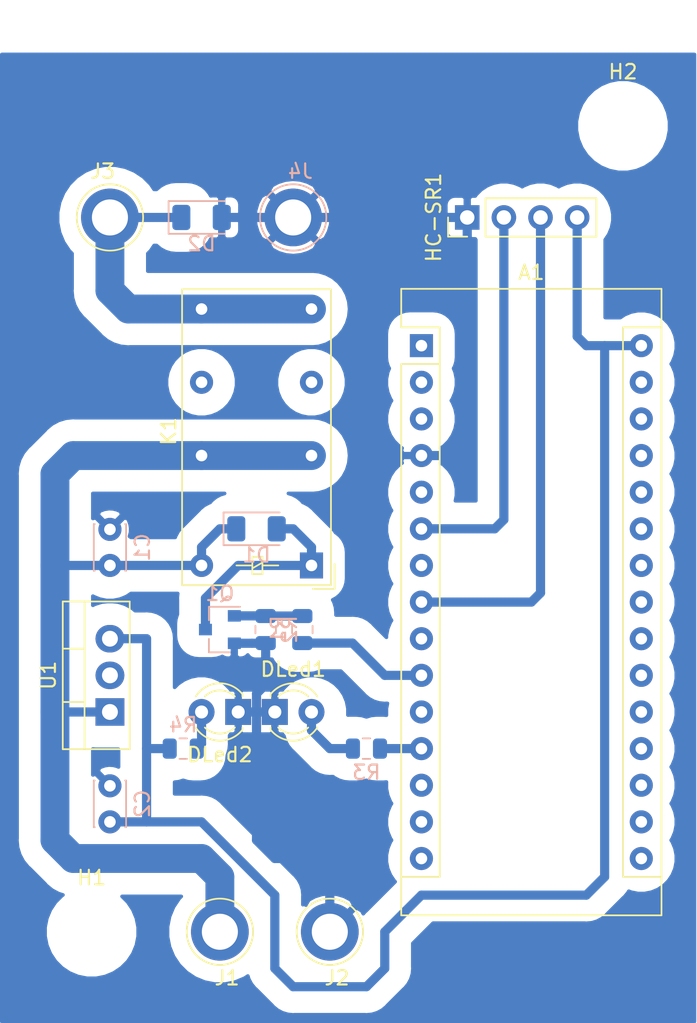
<source format=kicad_pcb>
(kicad_pcb (version 20171130) (host pcbnew "(5.1.8)-1")

  (general
    (thickness 1.6)
    (drawings 0)
    (tracks 85)
    (zones 0)
    (modules 21)
    (nets 39)
  )

  (page A4)
  (layers
    (0 F.Cu signal)
    (31 B.Cu signal)
    (32 B.Adhes user)
    (33 F.Adhes user)
    (34 B.Paste user)
    (35 F.Paste user)
    (36 B.SilkS user)
    (37 F.SilkS user)
    (38 B.Mask user)
    (39 F.Mask user)
    (40 Dwgs.User user)
    (41 Cmts.User user)
    (42 Eco1.User user)
    (43 Eco2.User user)
    (44 Edge.Cuts user)
    (45 Margin user)
    (46 B.CrtYd user)
    (47 F.CrtYd user)
    (48 B.Fab user)
    (49 F.Fab user)
  )

  (setup
    (last_trace_width 0.635)
    (user_trace_width 0.4)
    (user_trace_width 0.635)
    (user_trace_width 1.27)
    (user_trace_width 2)
    (user_trace_width 2.54)
    (trace_clearance 0.2)
    (zone_clearance 1.5)
    (zone_45_only no)
    (trace_min 0.2)
    (via_size 0.8)
    (via_drill 0.4)
    (via_min_size 0.4)
    (via_min_drill 0.3)
    (uvia_size 0.3)
    (uvia_drill 0.1)
    (uvias_allowed no)
    (uvia_min_size 0.2)
    (uvia_min_drill 0.1)
    (edge_width 0.05)
    (segment_width 0.2)
    (pcb_text_width 0.3)
    (pcb_text_size 1.5 1.5)
    (mod_edge_width 0.12)
    (mod_text_size 1 1)
    (mod_text_width 0.15)
    (pad_size 1.524 1.524)
    (pad_drill 0.762)
    (pad_to_mask_clearance 0.051)
    (solder_mask_min_width 0.25)
    (aux_axis_origin 0 0)
    (visible_elements 7FFFFFFF)
    (pcbplotparams
      (layerselection 0x010fc_ffffffff)
      (usegerberextensions false)
      (usegerberattributes false)
      (usegerberadvancedattributes false)
      (creategerberjobfile false)
      (excludeedgelayer true)
      (linewidth 0.100000)
      (plotframeref false)
      (viasonmask false)
      (mode 1)
      (useauxorigin false)
      (hpglpennumber 1)
      (hpglpenspeed 20)
      (hpglpendiameter 15.000000)
      (psnegative false)
      (psa4output false)
      (plotreference true)
      (plotvalue true)
      (plotinvisibletext false)
      (padsonsilk false)
      (subtractmaskfromsilk false)
      (outputformat 1)
      (mirror false)
      (drillshape 1)
      (scaleselection 1)
      (outputdirectory ""))
  )

  (net 0 "")
  (net 1 "Net-(A1-Pad16)")
  (net 2 +5V)
  (net 3 GND)
  (net 4 Led_yellow)
  (net 5 "Net-(A1-Pad28)")
  (net 6 "Net-(A1-Pad27)")
  (net 7 "Net-(A1-Pad26)")
  (net 8 "Net-(A1-Pad25)")
  (net 9 "Net-(A1-Pad24)")
  (net 10 Echo)
  (net 11 "Net-(A1-Pad23)")
  (net 12 Trig)
  (net 13 "Net-(A1-Pad22)")
  (net 14 "Net-(A1-Pad21)")
  (net 15 PWM1)
  (net 16 "Net-(A1-Pad20)")
  (net 17 "Net-(A1-Pad19)")
  (net 18 "Net-(A1-Pad3)")
  (net 19 "Net-(A1-Pad18)")
  (net 20 "Net-(A1-Pad2)")
  (net 21 "Net-(A1-Pad17)")
  (net 22 +12V)
  (net 23 "Net-(D1-Pad2)")
  (net 24 "Net-(DLed1-Pad2)")
  (net 25 "Net-(DLed2-Pad2)")
  (net 26 "Net-(Q1-Pad1)")
  (net 27 "Net-(A1-Pad15)")
  (net 28 "Net-(A1-Pad14)")
  (net 29 "Net-(A1-Pad5)")
  (net 30 "Net-(A1-Pad7)")
  (net 31 "Net-(A1-Pad29)")
  (net 32 "Net-(A1-Pad11)")
  (net 33 "Net-(A1-Pad9)")
  (net 34 "Net-(A1-Pad1)")
  (net 35 "Net-(K1-Pad12)")
  (net 36 "Net-(K1-Pad22)")
  (net 37 "Net-(D2-Pad1)")
  (net 38 "Net-(A1-Pad13)")

  (net_class Default "Toto je výchozí třída sítě."
    (clearance 0.2)
    (trace_width 0.25)
    (via_dia 0.8)
    (via_drill 0.4)
    (uvia_dia 0.3)
    (uvia_drill 0.1)
    (add_net +12V)
    (add_net +5V)
    (add_net Echo)
    (add_net GND)
    (add_net Led_yellow)
    (add_net "Net-(A1-Pad1)")
    (add_net "Net-(A1-Pad11)")
    (add_net "Net-(A1-Pad13)")
    (add_net "Net-(A1-Pad14)")
    (add_net "Net-(A1-Pad15)")
    (add_net "Net-(A1-Pad16)")
    (add_net "Net-(A1-Pad17)")
    (add_net "Net-(A1-Pad18)")
    (add_net "Net-(A1-Pad19)")
    (add_net "Net-(A1-Pad2)")
    (add_net "Net-(A1-Pad20)")
    (add_net "Net-(A1-Pad21)")
    (add_net "Net-(A1-Pad22)")
    (add_net "Net-(A1-Pad23)")
    (add_net "Net-(A1-Pad24)")
    (add_net "Net-(A1-Pad25)")
    (add_net "Net-(A1-Pad26)")
    (add_net "Net-(A1-Pad27)")
    (add_net "Net-(A1-Pad28)")
    (add_net "Net-(A1-Pad29)")
    (add_net "Net-(A1-Pad3)")
    (add_net "Net-(A1-Pad5)")
    (add_net "Net-(A1-Pad7)")
    (add_net "Net-(A1-Pad9)")
    (add_net "Net-(D1-Pad2)")
    (add_net "Net-(D2-Pad1)")
    (add_net "Net-(DLed1-Pad2)")
    (add_net "Net-(DLed2-Pad2)")
    (add_net "Net-(K1-Pad12)")
    (add_net "Net-(K1-Pad22)")
    (add_net "Net-(Q1-Pad1)")
    (add_net PWM1)
    (add_net Trig)
  )

  (module LED_THT:LED_D3.0mm (layer F.Cu) (tedit 587A3A7B) (tstamp 5FCC2ACC)
    (at 140.97 96.52 180)
    (descr "LED, diameter 3.0mm, 2 pins")
    (tags "LED diameter 3.0mm 2 pins")
    (path /5FCD360E)
    (fp_text reference DLed2 (at 1.27 -2.96) (layer F.SilkS)
      (effects (font (size 1 1) (thickness 0.15)))
    )
    (fp_text value LED (at 1.27 2.96) (layer F.Fab)
      (effects (font (size 1 1) (thickness 0.15)))
    )
    (fp_circle (center 1.27 0) (end 2.77 0) (layer F.Fab) (width 0.1))
    (fp_line (start -0.23 -1.16619) (end -0.23 1.16619) (layer F.Fab) (width 0.1))
    (fp_line (start -0.29 -1.236) (end -0.29 -1.08) (layer F.SilkS) (width 0.12))
    (fp_line (start -0.29 1.08) (end -0.29 1.236) (layer F.SilkS) (width 0.12))
    (fp_line (start -1.15 -2.25) (end -1.15 2.25) (layer F.CrtYd) (width 0.05))
    (fp_line (start -1.15 2.25) (end 3.7 2.25) (layer F.CrtYd) (width 0.05))
    (fp_line (start 3.7 2.25) (end 3.7 -2.25) (layer F.CrtYd) (width 0.05))
    (fp_line (start 3.7 -2.25) (end -1.15 -2.25) (layer F.CrtYd) (width 0.05))
    (fp_arc (start 1.27 0) (end 0.229039 1.08) (angle -87.9) (layer F.SilkS) (width 0.12))
    (fp_arc (start 1.27 0) (end 0.229039 -1.08) (angle 87.9) (layer F.SilkS) (width 0.12))
    (fp_arc (start 1.27 0) (end -0.29 1.235516) (angle -108.8) (layer F.SilkS) (width 0.12))
    (fp_arc (start 1.27 0) (end -0.29 -1.235516) (angle 108.8) (layer F.SilkS) (width 0.12))
    (fp_arc (start 1.27 0) (end -0.23 -1.16619) (angle 284.3) (layer F.Fab) (width 0.1))
    (pad 2 thru_hole circle (at 2.54 0 180) (size 1.8 1.8) (drill 0.9) (layers *.Cu *.Mask)
      (net 25 "Net-(DLed2-Pad2)"))
    (pad 1 thru_hole rect (at 0 0 180) (size 1.8 1.8) (drill 0.9) (layers *.Cu *.Mask)
      (net 3 GND))
    (model ${KISYS3DMOD}/LED_THT.3dshapes/LED_D3.0mm.wrl
      (at (xyz 0 0 0))
      (scale (xyz 1 1 1))
      (rotate (xyz 0 0 0))
    )
  )

  (module Module:Arduino_Nano (layer F.Cu) (tedit 58ACAF70) (tstamp 5FCC2A54)
    (at 153.67 71.12)
    (descr "Arduino Nano, http://www.mouser.com/pdfdocs/Gravitech_Arduino_Nano3_0.pdf")
    (tags "Arduino Nano")
    (path /5FC8165F)
    (fp_text reference A1 (at 7.62 -5.08) (layer F.SilkS)
      (effects (font (size 1 1) (thickness 0.15)))
    )
    (fp_text value Arduino_Nano_v3.x (at 8.89 19.05 90) (layer F.Fab)
      (effects (font (size 1 1) (thickness 0.15)))
    )
    (fp_line (start 1.27 1.27) (end 1.27 -1.27) (layer F.SilkS) (width 0.12))
    (fp_line (start 1.27 -1.27) (end -1.4 -1.27) (layer F.SilkS) (width 0.12))
    (fp_line (start -1.4 1.27) (end -1.4 39.5) (layer F.SilkS) (width 0.12))
    (fp_line (start -1.4 -3.94) (end -1.4 -1.27) (layer F.SilkS) (width 0.12))
    (fp_line (start 13.97 -1.27) (end 16.64 -1.27) (layer F.SilkS) (width 0.12))
    (fp_line (start 13.97 -1.27) (end 13.97 36.83) (layer F.SilkS) (width 0.12))
    (fp_line (start 13.97 36.83) (end 16.64 36.83) (layer F.SilkS) (width 0.12))
    (fp_line (start 1.27 1.27) (end -1.4 1.27) (layer F.SilkS) (width 0.12))
    (fp_line (start 1.27 1.27) (end 1.27 36.83) (layer F.SilkS) (width 0.12))
    (fp_line (start 1.27 36.83) (end -1.4 36.83) (layer F.SilkS) (width 0.12))
    (fp_line (start 3.81 31.75) (end 11.43 31.75) (layer F.Fab) (width 0.1))
    (fp_line (start 11.43 31.75) (end 11.43 41.91) (layer F.Fab) (width 0.1))
    (fp_line (start 11.43 41.91) (end 3.81 41.91) (layer F.Fab) (width 0.1))
    (fp_line (start 3.81 41.91) (end 3.81 31.75) (layer F.Fab) (width 0.1))
    (fp_line (start -1.4 39.5) (end 16.64 39.5) (layer F.SilkS) (width 0.12))
    (fp_line (start 16.64 39.5) (end 16.64 -3.94) (layer F.SilkS) (width 0.12))
    (fp_line (start 16.64 -3.94) (end -1.4 -3.94) (layer F.SilkS) (width 0.12))
    (fp_line (start 16.51 39.37) (end -1.27 39.37) (layer F.Fab) (width 0.1))
    (fp_line (start -1.27 39.37) (end -1.27 -2.54) (layer F.Fab) (width 0.1))
    (fp_line (start -1.27 -2.54) (end 0 -3.81) (layer F.Fab) (width 0.1))
    (fp_line (start 0 -3.81) (end 16.51 -3.81) (layer F.Fab) (width 0.1))
    (fp_line (start 16.51 -3.81) (end 16.51 39.37) (layer F.Fab) (width 0.1))
    (fp_line (start -1.53 -4.06) (end 16.75 -4.06) (layer F.CrtYd) (width 0.05))
    (fp_line (start -1.53 -4.06) (end -1.53 42.16) (layer F.CrtYd) (width 0.05))
    (fp_line (start 16.75 42.16) (end 16.75 -4.06) (layer F.CrtYd) (width 0.05))
    (fp_line (start 16.75 42.16) (end -1.53 42.16) (layer F.CrtYd) (width 0.05))
    (pad 16 thru_hole oval (at 15.24 35.56) (size 1.6 1.6) (drill 0.8) (layers *.Cu *.Mask)
      (net 1 "Net-(A1-Pad16)"))
    (pad 15 thru_hole oval (at 0 35.56) (size 1.6 1.6) (drill 0.8) (layers *.Cu *.Mask)
      (net 27 "Net-(A1-Pad15)"))
    (pad 30 thru_hole oval (at 15.24 0) (size 1.6 1.6) (drill 0.8) (layers *.Cu *.Mask)
      (net 2 +5V))
    (pad 14 thru_hole oval (at 0 33.02) (size 1.6 1.6) (drill 0.8) (layers *.Cu *.Mask)
      (net 28 "Net-(A1-Pad14)"))
    (pad 29 thru_hole oval (at 15.24 2.54) (size 1.6 1.6) (drill 0.8) (layers *.Cu *.Mask)
      (net 31 "Net-(A1-Pad29)"))
    (pad 13 thru_hole oval (at 0 30.48) (size 1.6 1.6) (drill 0.8) (layers *.Cu *.Mask)
      (net 38 "Net-(A1-Pad13)"))
    (pad 28 thru_hole oval (at 15.24 5.08) (size 1.6 1.6) (drill 0.8) (layers *.Cu *.Mask)
      (net 5 "Net-(A1-Pad28)"))
    (pad 12 thru_hole oval (at 0 27.94) (size 1.6 1.6) (drill 0.8) (layers *.Cu *.Mask)
      (net 4 Led_yellow))
    (pad 27 thru_hole oval (at 15.24 7.62) (size 1.6 1.6) (drill 0.8) (layers *.Cu *.Mask)
      (net 6 "Net-(A1-Pad27)"))
    (pad 11 thru_hole oval (at 0 25.4) (size 1.6 1.6) (drill 0.8) (layers *.Cu *.Mask)
      (net 32 "Net-(A1-Pad11)"))
    (pad 26 thru_hole oval (at 15.24 10.16) (size 1.6 1.6) (drill 0.8) (layers *.Cu *.Mask)
      (net 7 "Net-(A1-Pad26)"))
    (pad 10 thru_hole oval (at 0 22.86) (size 1.6 1.6) (drill 0.8) (layers *.Cu *.Mask)
      (net 15 PWM1))
    (pad 25 thru_hole oval (at 15.24 12.7) (size 1.6 1.6) (drill 0.8) (layers *.Cu *.Mask)
      (net 8 "Net-(A1-Pad25)"))
    (pad 9 thru_hole oval (at 0 20.32) (size 1.6 1.6) (drill 0.8) (layers *.Cu *.Mask)
      (net 33 "Net-(A1-Pad9)"))
    (pad 24 thru_hole oval (at 15.24 15.24) (size 1.6 1.6) (drill 0.8) (layers *.Cu *.Mask)
      (net 9 "Net-(A1-Pad24)"))
    (pad 8 thru_hole oval (at 0 17.78) (size 1.6 1.6) (drill 0.8) (layers *.Cu *.Mask)
      (net 12 Trig))
    (pad 23 thru_hole oval (at 15.24 17.78) (size 1.6 1.6) (drill 0.8) (layers *.Cu *.Mask)
      (net 11 "Net-(A1-Pad23)"))
    (pad 7 thru_hole oval (at 0 15.24) (size 1.6 1.6) (drill 0.8) (layers *.Cu *.Mask)
      (net 30 "Net-(A1-Pad7)"))
    (pad 22 thru_hole oval (at 15.24 20.32) (size 1.6 1.6) (drill 0.8) (layers *.Cu *.Mask)
      (net 13 "Net-(A1-Pad22)"))
    (pad 6 thru_hole oval (at 0 12.7) (size 1.6 1.6) (drill 0.8) (layers *.Cu *.Mask)
      (net 10 Echo))
    (pad 21 thru_hole oval (at 15.24 22.86) (size 1.6 1.6) (drill 0.8) (layers *.Cu *.Mask)
      (net 14 "Net-(A1-Pad21)"))
    (pad 5 thru_hole oval (at 0 10.16) (size 1.6 1.6) (drill 0.8) (layers *.Cu *.Mask)
      (net 29 "Net-(A1-Pad5)"))
    (pad 20 thru_hole oval (at 15.24 25.4) (size 1.6 1.6) (drill 0.8) (layers *.Cu *.Mask)
      (net 16 "Net-(A1-Pad20)"))
    (pad 4 thru_hole oval (at 0 7.62) (size 1.6 1.6) (drill 0.8) (layers *.Cu *.Mask)
      (net 3 GND))
    (pad 19 thru_hole oval (at 15.24 27.94) (size 1.6 1.6) (drill 0.8) (layers *.Cu *.Mask)
      (net 17 "Net-(A1-Pad19)"))
    (pad 3 thru_hole oval (at 0 5.08) (size 1.6 1.6) (drill 0.8) (layers *.Cu *.Mask)
      (net 18 "Net-(A1-Pad3)"))
    (pad 18 thru_hole oval (at 15.24 30.48) (size 1.6 1.6) (drill 0.8) (layers *.Cu *.Mask)
      (net 19 "Net-(A1-Pad18)"))
    (pad 2 thru_hole oval (at 0 2.54) (size 1.6 1.6) (drill 0.8) (layers *.Cu *.Mask)
      (net 20 "Net-(A1-Pad2)"))
    (pad 17 thru_hole oval (at 15.24 33.02) (size 1.6 1.6) (drill 0.8) (layers *.Cu *.Mask)
      (net 21 "Net-(A1-Pad17)"))
    (pad 1 thru_hole rect (at 0 0) (size 1.6 1.6) (drill 0.8) (layers *.Cu *.Mask)
      (net 34 "Net-(A1-Pad1)"))
    (model ${KISYS3DMOD}/Module.3dshapes/Arduino_Nano_WithMountingHoles.wrl
      (at (xyz 0 0 0))
      (scale (xyz 1 1 1))
      (rotate (xyz 0 0 0))
    )
  )

  (module Relay_THT:Relay_DPDT_Finder_30.22 (layer F.Cu) (tedit 5E9CCCFB) (tstamp 5FD63CC8)
    (at 146.05 86.36 90)
    (descr "Finder 32.21-x000 Relay, DPDT, https://gfinder.findernet.com/public/attachments/30/EN/S30EN.pdf")
    (tags "AXICOM IM-Series Relay SPDT")
    (path /5FD72A40)
    (fp_text reference K1 (at 9.3 -9.9 90) (layer F.SilkS)
      (effects (font (size 1 1) (thickness 0.15)))
    )
    (fp_text value RSM822 (at 8.4 2.4 90) (layer F.Fab)
      (effects (font (size 1 1) (thickness 0.15)))
    )
    (fp_text user %R (at 10.2 -4.1 270) (layer F.Fab)
      (effects (font (size 1 1) (thickness 0.15)))
    )
    (fp_line (start 0.26 1.24) (end -1.26 -0.24) (layer F.Fab) (width 0.1))
    (fp_line (start 0.1 1.6) (end -1.62 1.6) (layer F.SilkS) (width 0.12))
    (fp_line (start -1.62 1.6) (end -1.62 0.1) (layer F.SilkS) (width 0.12))
    (fp_line (start 19.15 1.35) (end -1.37 1.35) (layer F.SilkS) (width 0.12))
    (fp_line (start -1.37 1.35) (end -1.37 -8.97) (layer F.SilkS) (width 0.12))
    (fp_line (start -1.37 -8.97) (end 19.15 -8.97) (layer F.SilkS) (width 0.12))
    (fp_line (start 19.15 -8.97) (end 19.15 1.35) (layer F.SilkS) (width 0.12))
    (fp_line (start -1.26 -0.24) (end -1.26 -8.86) (layer F.Fab) (width 0.1))
    (fp_line (start -1.26 -8.86) (end 19.04 -8.86) (layer F.Fab) (width 0.1))
    (fp_line (start 19.04 -8.86) (end 19.04 1.24) (layer F.Fab) (width 0.1))
    (fp_line (start 19.04 1.24) (end 0.26 1.24) (layer F.Fab) (width 0.1))
    (fp_line (start 0 -3.4) (end 0 -2.3) (layer F.SilkS) (width 0.12))
    (fp_line (start 0 -4.1) (end 0 -5.2) (layer F.SilkS) (width 0.12))
    (fp_line (start 0.2 -3.4) (end -0.2 -4.1) (layer F.SilkS) (width 0.12))
    (fp_line (start -0.6 -3.4) (end 0.6 -3.4) (layer F.SilkS) (width 0.12))
    (fp_line (start 0.6 -3.4) (end 0.6 -4.1) (layer F.SilkS) (width 0.12))
    (fp_line (start 0.6 -4.1) (end -0.6 -4.1) (layer F.SilkS) (width 0.12))
    (fp_line (start -0.6 -4.1) (end -0.6 -3.4) (layer F.SilkS) (width 0.12))
    (fp_line (start 0 -2.3) (end 0 -5.2) (layer F.Fab) (width 0.1))
    (fp_line (start -1.51 -9.11) (end 19.29 -9.11) (layer F.CrtYd) (width 0.05))
    (fp_line (start -1.51 -9.11) (end -1.51 1.49) (layer F.CrtYd) (width 0.05))
    (fp_line (start 19.29 1.49) (end 19.29 -9.11) (layer F.CrtYd) (width 0.05))
    (fp_line (start 19.29 1.49) (end -1.51 1.49) (layer F.CrtYd) (width 0.05))
    (pad 12 thru_hole circle (at 12.7 0 180) (size 1.6 1.6) (drill 0.8) (layers *.Cu *.Mask)
      (net 35 "Net-(K1-Pad12)"))
    (pad 14 thru_hole circle (at 17.78 0 180) (size 1.6 1.6) (drill 0.8) (layers *.Cu *.Mask)
      (net 37 "Net-(D2-Pad1)"))
    (pad 11 thru_hole circle (at 7.62 0 180) (size 1.6 1.6) (drill 0.8) (layers *.Cu *.Mask)
      (net 22 +12V))
    (pad A2 thru_hole circle (at 0 -7.62 180) (size 1.6 1.6) (drill 0.8) (layers *.Cu *.Mask)
      (net 22 +12V))
    (pad A1 thru_hole rect (at 0 0 180) (size 1.6 1.8) (drill 0.8) (layers *.Cu *.Mask)
      (net 23 "Net-(D1-Pad2)"))
    (pad 24 thru_hole circle (at 17.78 -7.62 270) (size 1.6 1.6) (drill 0.8) (layers *.Cu *.Mask)
      (net 37 "Net-(D2-Pad1)"))
    (pad 22 thru_hole circle (at 12.7 -7.62 180) (size 1.6 1.6) (drill 0.8) (layers *.Cu *.Mask)
      (net 36 "Net-(K1-Pad22)"))
    (pad 21 thru_hole circle (at 7.62 -7.62 180) (size 1.6 1.6) (drill 0.8) (layers *.Cu *.Mask)
      (net 22 +12V))
    (model ${KISYS3DMOD}/Relay_THT.3dshapes/Relay_DPDT_Finder_30.22.wrl
      (at (xyz 0 0 0))
      (scale (xyz 1 1 1))
      (rotate (xyz 0 0 0))
    )
  )

  (module Diode_SMD:D_1206_3216Metric (layer B.Cu) (tedit 5B301BBE) (tstamp 5FD66620)
    (at 138.43 62.23)
    (descr "Diode SMD 1206 (3216 Metric), square (rectangular) end terminal, IPC_7351 nominal, (Body size source: http://www.tortai-tech.com/upload/download/2011102023233369053.pdf), generated with kicad-footprint-generator")
    (tags diode)
    (path /5FD94B8B)
    (attr smd)
    (fp_text reference D2 (at 0 1.82) (layer B.SilkS)
      (effects (font (size 1 1) (thickness 0.15)) (justify mirror))
    )
    (fp_text value D (at 0 -1.82) (layer B.Fab)
      (effects (font (size 1 1) (thickness 0.15)) (justify mirror))
    )
    (fp_line (start 1.6 0.8) (end -1.2 0.8) (layer B.Fab) (width 0.1))
    (fp_line (start -1.2 0.8) (end -1.6 0.4) (layer B.Fab) (width 0.1))
    (fp_line (start -1.6 0.4) (end -1.6 -0.8) (layer B.Fab) (width 0.1))
    (fp_line (start -1.6 -0.8) (end 1.6 -0.8) (layer B.Fab) (width 0.1))
    (fp_line (start 1.6 -0.8) (end 1.6 0.8) (layer B.Fab) (width 0.1))
    (fp_line (start 1.6 1.135) (end -2.285 1.135) (layer B.SilkS) (width 0.12))
    (fp_line (start -2.285 1.135) (end -2.285 -1.135) (layer B.SilkS) (width 0.12))
    (fp_line (start -2.285 -1.135) (end 1.6 -1.135) (layer B.SilkS) (width 0.12))
    (fp_line (start -2.28 -1.12) (end -2.28 1.12) (layer B.CrtYd) (width 0.05))
    (fp_line (start -2.28 1.12) (end 2.28 1.12) (layer B.CrtYd) (width 0.05))
    (fp_line (start 2.28 1.12) (end 2.28 -1.12) (layer B.CrtYd) (width 0.05))
    (fp_line (start 2.28 -1.12) (end -2.28 -1.12) (layer B.CrtYd) (width 0.05))
    (fp_text user %R (at 0 0) (layer B.Fab)
      (effects (font (size 0.8 0.8) (thickness 0.12)) (justify mirror))
    )
    (pad 2 smd roundrect (at 1.4 0) (size 1.25 1.75) (layers B.Cu B.Paste B.Mask) (roundrect_rratio 0.2)
      (net 3 GND))
    (pad 1 smd roundrect (at -1.4 0) (size 1.25 1.75) (layers B.Cu B.Paste B.Mask) (roundrect_rratio 0.2)
      (net 37 "Net-(D2-Pad1)"))
    (model ${KISYS3DMOD}/Diode_SMD.3dshapes/D_1206_3216Metric.wrl
      (at (xyz 0 0 0))
      (scale (xyz 1 1 1))
      (rotate (xyz 0 0 0))
    )
  )

  (module Diode_SMD:D_1206_3216Metric (layer B.Cu) (tedit 5B301BBE) (tstamp 5FD6660D)
    (at 142.24 83.82)
    (descr "Diode SMD 1206 (3216 Metric), square (rectangular) end terminal, IPC_7351 nominal, (Body size source: http://www.tortai-tech.com/upload/download/2011102023233369053.pdf), generated with kicad-footprint-generator")
    (tags diode)
    (path /5FD95C5D)
    (attr smd)
    (fp_text reference D1 (at 0 1.82) (layer B.SilkS)
      (effects (font (size 1 1) (thickness 0.15)) (justify mirror))
    )
    (fp_text value D (at 0 -1.82) (layer B.Fab)
      (effects (font (size 1 1) (thickness 0.15)) (justify mirror))
    )
    (fp_line (start 1.6 0.8) (end -1.2 0.8) (layer B.Fab) (width 0.1))
    (fp_line (start -1.2 0.8) (end -1.6 0.4) (layer B.Fab) (width 0.1))
    (fp_line (start -1.6 0.4) (end -1.6 -0.8) (layer B.Fab) (width 0.1))
    (fp_line (start -1.6 -0.8) (end 1.6 -0.8) (layer B.Fab) (width 0.1))
    (fp_line (start 1.6 -0.8) (end 1.6 0.8) (layer B.Fab) (width 0.1))
    (fp_line (start 1.6 1.135) (end -2.285 1.135) (layer B.SilkS) (width 0.12))
    (fp_line (start -2.285 1.135) (end -2.285 -1.135) (layer B.SilkS) (width 0.12))
    (fp_line (start -2.285 -1.135) (end 1.6 -1.135) (layer B.SilkS) (width 0.12))
    (fp_line (start -2.28 -1.12) (end -2.28 1.12) (layer B.CrtYd) (width 0.05))
    (fp_line (start -2.28 1.12) (end 2.28 1.12) (layer B.CrtYd) (width 0.05))
    (fp_line (start 2.28 1.12) (end 2.28 -1.12) (layer B.CrtYd) (width 0.05))
    (fp_line (start 2.28 -1.12) (end -2.28 -1.12) (layer B.CrtYd) (width 0.05))
    (fp_text user %R (at 0 0) (layer B.Fab)
      (effects (font (size 0.8 0.8) (thickness 0.12)) (justify mirror))
    )
    (pad 2 smd roundrect (at 1.4 0) (size 1.25 1.75) (layers B.Cu B.Paste B.Mask) (roundrect_rratio 0.2)
      (net 23 "Net-(D1-Pad2)"))
    (pad 1 smd roundrect (at -1.4 0) (size 1.25 1.75) (layers B.Cu B.Paste B.Mask) (roundrect_rratio 0.2)
      (net 22 +12V))
    (model ${KISYS3DMOD}/Diode_SMD.3dshapes/D_1206_3216Metric.wrl
      (at (xyz 0 0 0))
      (scale (xyz 1 1 1))
      (rotate (xyz 0 0 0))
    )
  )

  (module Resistor_SMD:R_0805_2012Metric (layer B.Cu) (tedit 5B36C52B) (tstamp 5FCC2D3C)
    (at 137.16 99.06 180)
    (descr "Resistor SMD 0805 (2012 Metric), square (rectangular) end terminal, IPC_7351 nominal, (Body size source: https://docs.google.com/spreadsheets/d/1BsfQQcO9C6DZCsRaXUlFlo91Tg2WpOkGARC1WS5S8t0/edit?usp=sharing), generated with kicad-footprint-generator")
    (tags resistor)
    (path /5FCD3330)
    (attr smd)
    (fp_text reference R4 (at 0 1.65) (layer B.SilkS)
      (effects (font (size 1 1) (thickness 0.15)) (justify mirror))
    )
    (fp_text value 470 (at 0 -1.65) (layer B.Fab)
      (effects (font (size 1 1) (thickness 0.15)) (justify mirror))
    )
    (fp_line (start -1 -0.6) (end -1 0.6) (layer B.Fab) (width 0.1))
    (fp_line (start -1 0.6) (end 1 0.6) (layer B.Fab) (width 0.1))
    (fp_line (start 1 0.6) (end 1 -0.6) (layer B.Fab) (width 0.1))
    (fp_line (start 1 -0.6) (end -1 -0.6) (layer B.Fab) (width 0.1))
    (fp_line (start -0.258578 0.71) (end 0.258578 0.71) (layer B.SilkS) (width 0.12))
    (fp_line (start -0.258578 -0.71) (end 0.258578 -0.71) (layer B.SilkS) (width 0.12))
    (fp_line (start -1.68 -0.95) (end -1.68 0.95) (layer B.CrtYd) (width 0.05))
    (fp_line (start -1.68 0.95) (end 1.68 0.95) (layer B.CrtYd) (width 0.05))
    (fp_line (start 1.68 0.95) (end 1.68 -0.95) (layer B.CrtYd) (width 0.05))
    (fp_line (start 1.68 -0.95) (end -1.68 -0.95) (layer B.CrtYd) (width 0.05))
    (fp_text user %R (at 0 0) (layer B.Fab)
      (effects (font (size 0.5 0.5) (thickness 0.08)) (justify mirror))
    )
    (pad 2 smd roundrect (at 0.9375 0 180) (size 0.975 1.4) (layers B.Cu B.Paste B.Mask) (roundrect_rratio 0.25)
      (net 2 +5V))
    (pad 1 smd roundrect (at -0.9375 0 180) (size 0.975 1.4) (layers B.Cu B.Paste B.Mask) (roundrect_rratio 0.25)
      (net 25 "Net-(DLed2-Pad2)"))
    (model ${KISYS3DMOD}/Resistor_SMD.3dshapes/R_0805_2012Metric.wrl
      (at (xyz 0 0 0))
      (scale (xyz 1 1 1))
      (rotate (xyz 0 0 0))
    )
  )

  (module Resistor_SMD:R_0805_2012Metric (layer B.Cu) (tedit 5B36C52B) (tstamp 5FCC2D2B)
    (at 149.86 99.06)
    (descr "Resistor SMD 0805 (2012 Metric), square (rectangular) end terminal, IPC_7351 nominal, (Body size source: https://docs.google.com/spreadsheets/d/1BsfQQcO9C6DZCsRaXUlFlo91Tg2WpOkGARC1WS5S8t0/edit?usp=sharing), generated with kicad-footprint-generator")
    (tags resistor)
    (path /5FCD059A)
    (attr smd)
    (fp_text reference R3 (at 0 1.65) (layer B.SilkS)
      (effects (font (size 1 1) (thickness 0.15)) (justify mirror))
    )
    (fp_text value 470 (at 0 -1.65) (layer B.Fab)
      (effects (font (size 1 1) (thickness 0.15)) (justify mirror))
    )
    (fp_line (start -1 -0.6) (end -1 0.6) (layer B.Fab) (width 0.1))
    (fp_line (start -1 0.6) (end 1 0.6) (layer B.Fab) (width 0.1))
    (fp_line (start 1 0.6) (end 1 -0.6) (layer B.Fab) (width 0.1))
    (fp_line (start 1 -0.6) (end -1 -0.6) (layer B.Fab) (width 0.1))
    (fp_line (start -0.258578 0.71) (end 0.258578 0.71) (layer B.SilkS) (width 0.12))
    (fp_line (start -0.258578 -0.71) (end 0.258578 -0.71) (layer B.SilkS) (width 0.12))
    (fp_line (start -1.68 -0.95) (end -1.68 0.95) (layer B.CrtYd) (width 0.05))
    (fp_line (start -1.68 0.95) (end 1.68 0.95) (layer B.CrtYd) (width 0.05))
    (fp_line (start 1.68 0.95) (end 1.68 -0.95) (layer B.CrtYd) (width 0.05))
    (fp_line (start 1.68 -0.95) (end -1.68 -0.95) (layer B.CrtYd) (width 0.05))
    (fp_text user %R (at 0 0) (layer B.Fab)
      (effects (font (size 0.5 0.5) (thickness 0.08)) (justify mirror))
    )
    (pad 2 smd roundrect (at 0.9375 0) (size 0.975 1.4) (layers B.Cu B.Paste B.Mask) (roundrect_rratio 0.25)
      (net 4 Led_yellow))
    (pad 1 smd roundrect (at -0.9375 0) (size 0.975 1.4) (layers B.Cu B.Paste B.Mask) (roundrect_rratio 0.25)
      (net 24 "Net-(DLed1-Pad2)"))
    (model ${KISYS3DMOD}/Resistor_SMD.3dshapes/R_0805_2012Metric.wrl
      (at (xyz 0 0 0))
      (scale (xyz 1 1 1))
      (rotate (xyz 0 0 0))
    )
  )

  (module Resistor_SMD:R_0805_2012Metric (layer B.Cu) (tedit 5B36C52B) (tstamp 5FD63CFE)
    (at 142.875 90.805 90)
    (descr "Resistor SMD 0805 (2012 Metric), square (rectangular) end terminal, IPC_7351 nominal, (Body size source: https://docs.google.com/spreadsheets/d/1BsfQQcO9C6DZCsRaXUlFlo91Tg2WpOkGARC1WS5S8t0/edit?usp=sharing), generated with kicad-footprint-generator")
    (tags resistor)
    (path /5FD8CC29)
    (attr smd)
    (fp_text reference R2 (at 0 1.65 90) (layer B.SilkS)
      (effects (font (size 1 1) (thickness 0.15)) (justify mirror))
    )
    (fp_text value 10k (at 0 -1.65 90) (layer B.Fab)
      (effects (font (size 1 1) (thickness 0.15)) (justify mirror))
    )
    (fp_line (start -1 -0.6) (end -1 0.6) (layer B.Fab) (width 0.1))
    (fp_line (start -1 0.6) (end 1 0.6) (layer B.Fab) (width 0.1))
    (fp_line (start 1 0.6) (end 1 -0.6) (layer B.Fab) (width 0.1))
    (fp_line (start 1 -0.6) (end -1 -0.6) (layer B.Fab) (width 0.1))
    (fp_line (start -0.258578 0.71) (end 0.258578 0.71) (layer B.SilkS) (width 0.12))
    (fp_line (start -0.258578 -0.71) (end 0.258578 -0.71) (layer B.SilkS) (width 0.12))
    (fp_line (start -1.68 -0.95) (end -1.68 0.95) (layer B.CrtYd) (width 0.05))
    (fp_line (start -1.68 0.95) (end 1.68 0.95) (layer B.CrtYd) (width 0.05))
    (fp_line (start 1.68 0.95) (end 1.68 -0.95) (layer B.CrtYd) (width 0.05))
    (fp_line (start 1.68 -0.95) (end -1.68 -0.95) (layer B.CrtYd) (width 0.05))
    (fp_text user %R (at 0 0 90) (layer B.Fab)
      (effects (font (size 0.5 0.5) (thickness 0.08)) (justify mirror))
    )
    (pad 2 smd roundrect (at 0.9375 0 90) (size 0.975 1.4) (layers B.Cu B.Paste B.Mask) (roundrect_rratio 0.25)
      (net 26 "Net-(Q1-Pad1)"))
    (pad 1 smd roundrect (at -0.9375 0 90) (size 0.975 1.4) (layers B.Cu B.Paste B.Mask) (roundrect_rratio 0.25)
      (net 3 GND))
    (model ${KISYS3DMOD}/Resistor_SMD.3dshapes/R_0805_2012Metric.wrl
      (at (xyz 0 0 0))
      (scale (xyz 1 1 1))
      (rotate (xyz 0 0 0))
    )
  )

  (module Resistor_SMD:R_0805_2012Metric (layer B.Cu) (tedit 5B36C52B) (tstamp 5FCC2D09)
    (at 145.415 90.805 270)
    (descr "Resistor SMD 0805 (2012 Metric), square (rectangular) end terminal, IPC_7351 nominal, (Body size source: https://docs.google.com/spreadsheets/d/1BsfQQcO9C6DZCsRaXUlFlo91Tg2WpOkGARC1WS5S8t0/edit?usp=sharing), generated with kicad-footprint-generator")
    (tags resistor)
    (path /5FCC5E82)
    (attr smd)
    (fp_text reference R1 (at 0 1.65 90) (layer B.SilkS)
      (effects (font (size 1 1) (thickness 0.15)) (justify mirror))
    )
    (fp_text value 4k7 (at 0 -1.65 90) (layer B.Fab)
      (effects (font (size 1 1) (thickness 0.15)) (justify mirror))
    )
    (fp_line (start -1 -0.6) (end -1 0.6) (layer B.Fab) (width 0.1))
    (fp_line (start -1 0.6) (end 1 0.6) (layer B.Fab) (width 0.1))
    (fp_line (start 1 0.6) (end 1 -0.6) (layer B.Fab) (width 0.1))
    (fp_line (start 1 -0.6) (end -1 -0.6) (layer B.Fab) (width 0.1))
    (fp_line (start -0.258578 0.71) (end 0.258578 0.71) (layer B.SilkS) (width 0.12))
    (fp_line (start -0.258578 -0.71) (end 0.258578 -0.71) (layer B.SilkS) (width 0.12))
    (fp_line (start -1.68 -0.95) (end -1.68 0.95) (layer B.CrtYd) (width 0.05))
    (fp_line (start -1.68 0.95) (end 1.68 0.95) (layer B.CrtYd) (width 0.05))
    (fp_line (start 1.68 0.95) (end 1.68 -0.95) (layer B.CrtYd) (width 0.05))
    (fp_line (start 1.68 -0.95) (end -1.68 -0.95) (layer B.CrtYd) (width 0.05))
    (fp_text user %R (at 0 0 90) (layer B.Fab)
      (effects (font (size 0.5 0.5) (thickness 0.08)) (justify mirror))
    )
    (pad 2 smd roundrect (at 0.9375 0 270) (size 0.975 1.4) (layers B.Cu B.Paste B.Mask) (roundrect_rratio 0.25)
      (net 15 PWM1))
    (pad 1 smd roundrect (at -0.9375 0 270) (size 0.975 1.4) (layers B.Cu B.Paste B.Mask) (roundrect_rratio 0.25)
      (net 26 "Net-(Q1-Pad1)"))
    (model ${KISYS3DMOD}/Resistor_SMD.3dshapes/R_0805_2012Metric.wrl
      (at (xyz 0 0 0))
      (scale (xyz 1 1 1))
      (rotate (xyz 0 0 0))
    )
  )

  (module Package_TO_SOT_THT:TO-220-3_Vertical (layer F.Cu) (tedit 5AC8BA0D) (tstamp 5FCC2DA8)
    (at 132.08 96.52 90)
    (descr "TO-220-3, Vertical, RM 2.54mm, see https://www.vishay.com/docs/66542/to-220-1.pdf")
    (tags "TO-220-3 Vertical RM 2.54mm")
    (path /5FC84075)
    (fp_text reference U1 (at 2.54 -4.27 90) (layer F.SilkS)
      (effects (font (size 1 1) (thickness 0.15)))
    )
    (fp_text value LM78M05_TO220 (at 2.54 2.5 90) (layer F.Fab)
      (effects (font (size 1 1) (thickness 0.15)))
    )
    (fp_line (start -2.46 -3.15) (end -2.46 1.25) (layer F.Fab) (width 0.1))
    (fp_line (start -2.46 1.25) (end 7.54 1.25) (layer F.Fab) (width 0.1))
    (fp_line (start 7.54 1.25) (end 7.54 -3.15) (layer F.Fab) (width 0.1))
    (fp_line (start 7.54 -3.15) (end -2.46 -3.15) (layer F.Fab) (width 0.1))
    (fp_line (start -2.46 -1.88) (end 7.54 -1.88) (layer F.Fab) (width 0.1))
    (fp_line (start 0.69 -3.15) (end 0.69 -1.88) (layer F.Fab) (width 0.1))
    (fp_line (start 4.39 -3.15) (end 4.39 -1.88) (layer F.Fab) (width 0.1))
    (fp_line (start -2.58 -3.27) (end 7.66 -3.27) (layer F.SilkS) (width 0.12))
    (fp_line (start -2.58 1.371) (end 7.66 1.371) (layer F.SilkS) (width 0.12))
    (fp_line (start -2.58 -3.27) (end -2.58 1.371) (layer F.SilkS) (width 0.12))
    (fp_line (start 7.66 -3.27) (end 7.66 1.371) (layer F.SilkS) (width 0.12))
    (fp_line (start -2.58 -1.76) (end 7.66 -1.76) (layer F.SilkS) (width 0.12))
    (fp_line (start 0.69 -3.27) (end 0.69 -1.76) (layer F.SilkS) (width 0.12))
    (fp_line (start 4.391 -3.27) (end 4.391 -1.76) (layer F.SilkS) (width 0.12))
    (fp_line (start -2.71 -3.4) (end -2.71 1.51) (layer F.CrtYd) (width 0.05))
    (fp_line (start -2.71 1.51) (end 7.79 1.51) (layer F.CrtYd) (width 0.05))
    (fp_line (start 7.79 1.51) (end 7.79 -3.4) (layer F.CrtYd) (width 0.05))
    (fp_line (start 7.79 -3.4) (end -2.71 -3.4) (layer F.CrtYd) (width 0.05))
    (fp_text user %R (at 2.54 -4.27 90) (layer F.Fab)
      (effects (font (size 1 1) (thickness 0.15)))
    )
    (pad 3 thru_hole oval (at 5.08 0 90) (size 1.905 2) (drill 1.1) (layers *.Cu *.Mask)
      (net 2 +5V))
    (pad 2 thru_hole oval (at 2.54 0 90) (size 1.905 2) (drill 1.1) (layers *.Cu *.Mask)
      (net 3 GND))
    (pad 1 thru_hole rect (at 0 0 90) (size 1.905 2) (drill 1.1) (layers *.Cu *.Mask)
      (net 22 +12V))
    (model ${KISYS3DMOD}/Package_TO_SOT_THT.3dshapes/TO-220-3_Vertical.wrl
      (at (xyz 0 0 0))
      (scale (xyz 1 1 1))
      (rotate (xyz 0 0 0))
    )
  )

  (module MountingHole:MountingHole_3.2mm_M3_ISO14580 (layer F.Cu) (tedit 56D1B4CB) (tstamp 5FD645D4)
    (at 167.64 55.88)
    (descr "Mounting Hole 3.2mm, no annular, M3, ISO14580")
    (tags "mounting hole 3.2mm no annular m3 iso14580")
    (path /5FD66F45)
    (attr virtual)
    (fp_text reference H2 (at 0 -3.75) (layer F.SilkS)
      (effects (font (size 1 1) (thickness 0.15)))
    )
    (fp_text value MountingHole (at 0 3.75) (layer F.Fab)
      (effects (font (size 1 1) (thickness 0.15)))
    )
    (fp_circle (center 0 0) (end 2.75 0) (layer Cmts.User) (width 0.15))
    (fp_circle (center 0 0) (end 3 0) (layer F.CrtYd) (width 0.05))
    (fp_text user %R (at 0.3 0) (layer F.Fab)
      (effects (font (size 1 1) (thickness 0.15)))
    )
    (pad 1 np_thru_hole circle (at 0 0) (size 3.2 3.2) (drill 3.2) (layers *.Cu *.Mask))
  )

  (module MountingHole:MountingHole_3.2mm_M3_ISO14580 (layer F.Cu) (tedit 56D1B4CB) (tstamp 5FD645CC)
    (at 130.81 111.76)
    (descr "Mounting Hole 3.2mm, no annular, M3, ISO14580")
    (tags "mounting hole 3.2mm no annular m3 iso14580")
    (path /5FD664D9)
    (attr virtual)
    (fp_text reference H1 (at 0 -3.75) (layer F.SilkS)
      (effects (font (size 1 1) (thickness 0.15)))
    )
    (fp_text value MountingHole (at 0 3.75) (layer F.Fab)
      (effects (font (size 1 1) (thickness 0.15)))
    )
    (fp_circle (center 0 0) (end 2.75 0) (layer Cmts.User) (width 0.15))
    (fp_circle (center 0 0) (end 3 0) (layer F.CrtYd) (width 0.05))
    (fp_text user %R (at 0.3 0) (layer F.Fab)
      (effects (font (size 1 1) (thickness 0.15)))
    )
    (pad 1 np_thru_hole circle (at 0 0) (size 3.2 3.2) (drill 3.2) (layers *.Cu *.Mask))
  )

  (module Package_TO_SOT_SMD:SOT-23 (layer B.Cu) (tedit 5A02FF57) (tstamp 5FD63CDD)
    (at 139.7 90.805 180)
    (descr "SOT-23, Standard")
    (tags SOT-23)
    (path /5FD6B85F)
    (attr smd)
    (fp_text reference Q1 (at 0 2.5) (layer B.SilkS)
      (effects (font (size 1 1) (thickness 0.15)) (justify mirror))
    )
    (fp_text value BC817 (at 0 -2.5) (layer B.Fab)
      (effects (font (size 1 1) (thickness 0.15)) (justify mirror))
    )
    (fp_line (start -0.7 0.95) (end -0.7 -1.5) (layer B.Fab) (width 0.1))
    (fp_line (start -0.15 1.52) (end 0.7 1.52) (layer B.Fab) (width 0.1))
    (fp_line (start -0.7 0.95) (end -0.15 1.52) (layer B.Fab) (width 0.1))
    (fp_line (start 0.7 1.52) (end 0.7 -1.52) (layer B.Fab) (width 0.1))
    (fp_line (start -0.7 -1.52) (end 0.7 -1.52) (layer B.Fab) (width 0.1))
    (fp_line (start 0.76 -1.58) (end 0.76 -0.65) (layer B.SilkS) (width 0.12))
    (fp_line (start 0.76 1.58) (end 0.76 0.65) (layer B.SilkS) (width 0.12))
    (fp_line (start -1.7 1.75) (end 1.7 1.75) (layer B.CrtYd) (width 0.05))
    (fp_line (start 1.7 1.75) (end 1.7 -1.75) (layer B.CrtYd) (width 0.05))
    (fp_line (start 1.7 -1.75) (end -1.7 -1.75) (layer B.CrtYd) (width 0.05))
    (fp_line (start -1.7 -1.75) (end -1.7 1.75) (layer B.CrtYd) (width 0.05))
    (fp_line (start 0.76 1.58) (end -1.4 1.58) (layer B.SilkS) (width 0.12))
    (fp_line (start 0.76 -1.58) (end -0.7 -1.58) (layer B.SilkS) (width 0.12))
    (fp_text user %R (at 0 0 270) (layer B.Fab)
      (effects (font (size 0.5 0.5) (thickness 0.075)) (justify mirror))
    )
    (pad 3 smd rect (at 1 0 180) (size 0.9 0.8) (layers B.Cu B.Paste B.Mask)
      (net 23 "Net-(D1-Pad2)"))
    (pad 2 smd rect (at -1 -0.95 180) (size 0.9 0.8) (layers B.Cu B.Paste B.Mask)
      (net 3 GND))
    (pad 1 smd rect (at -1 0.95 180) (size 0.9 0.8) (layers B.Cu B.Paste B.Mask)
      (net 26 "Net-(Q1-Pad1)"))
    (model ${KISYS3DMOD}/Package_TO_SOT_SMD.3dshapes/SOT-23.wrl
      (at (xyz 0 0 0))
      (scale (xyz 1 1 1))
      (rotate (xyz 0 0 0))
    )
  )

  (module Capacitor_THT:C_Disc_D3.0mm_W2.0mm_P2.50mm (layer B.Cu) (tedit 5AE50EF0) (tstamp 5FCC2A76)
    (at 132.08 104.14 90)
    (descr "C, Disc series, Radial, pin pitch=2.50mm, , diameter*width=3*2mm^2, Capacitor")
    (tags "C Disc series Radial pin pitch 2.50mm  diameter 3mm width 2mm Capacitor")
    (path /5FC87238)
    (fp_text reference C2 (at 1.25 2.25 90) (layer B.SilkS)
      (effects (font (size 1 1) (thickness 0.15)) (justify mirror))
    )
    (fp_text value 100n (at 1.25 -2.25 90) (layer B.Fab)
      (effects (font (size 1 1) (thickness 0.15)) (justify mirror))
    )
    (fp_line (start -0.25 1) (end -0.25 -1) (layer B.Fab) (width 0.1))
    (fp_line (start -0.25 -1) (end 2.75 -1) (layer B.Fab) (width 0.1))
    (fp_line (start 2.75 -1) (end 2.75 1) (layer B.Fab) (width 0.1))
    (fp_line (start 2.75 1) (end -0.25 1) (layer B.Fab) (width 0.1))
    (fp_line (start -0.37 1.12) (end 2.87 1.12) (layer B.SilkS) (width 0.12))
    (fp_line (start -0.37 -1.12) (end 2.87 -1.12) (layer B.SilkS) (width 0.12))
    (fp_line (start -0.37 1.12) (end -0.37 1.055) (layer B.SilkS) (width 0.12))
    (fp_line (start -0.37 -1.055) (end -0.37 -1.12) (layer B.SilkS) (width 0.12))
    (fp_line (start 2.87 1.12) (end 2.87 1.055) (layer B.SilkS) (width 0.12))
    (fp_line (start 2.87 -1.055) (end 2.87 -1.12) (layer B.SilkS) (width 0.12))
    (fp_line (start -1.05 1.25) (end -1.05 -1.25) (layer B.CrtYd) (width 0.05))
    (fp_line (start -1.05 -1.25) (end 3.55 -1.25) (layer B.CrtYd) (width 0.05))
    (fp_line (start 3.55 -1.25) (end 3.55 1.25) (layer B.CrtYd) (width 0.05))
    (fp_line (start 3.55 1.25) (end -1.05 1.25) (layer B.CrtYd) (width 0.05))
    (fp_text user %R (at 1.25 0 90) (layer B.Fab)
      (effects (font (size 0.6 0.6) (thickness 0.09)) (justify mirror))
    )
    (pad 2 thru_hole circle (at 2.5 0 90) (size 1.6 1.6) (drill 0.8) (layers *.Cu *.Mask)
      (net 3 GND))
    (pad 1 thru_hole circle (at 0 0 90) (size 1.6 1.6) (drill 0.8) (layers *.Cu *.Mask)
      (net 2 +5V))
    (model ${KISYS3DMOD}/Capacitor_THT.3dshapes/C_Disc_D3.0mm_W2.0mm_P2.50mm.wrl
      (at (xyz 0 0 0))
      (scale (xyz 1 1 1))
      (rotate (xyz 0 0 0))
    )
  )

  (module Capacitor_THT:C_Disc_D3.0mm_W2.0mm_P2.50mm (layer B.Cu) (tedit 5AE50EF0) (tstamp 5FCC2A65)
    (at 132.08 86.36 90)
    (descr "C, Disc series, Radial, pin pitch=2.50mm, , diameter*width=3*2mm^2, Capacitor")
    (tags "C Disc series Radial pin pitch 2.50mm  diameter 3mm width 2mm Capacitor")
    (path /5FC837E1)
    (fp_text reference C1 (at 1.25 2.25 90) (layer B.SilkS)
      (effects (font (size 1 1) (thickness 0.15)) (justify mirror))
    )
    (fp_text value 300n (at 1.25 -2.25 90) (layer B.Fab)
      (effects (font (size 1 1) (thickness 0.15)) (justify mirror))
    )
    (fp_line (start -0.25 1) (end -0.25 -1) (layer B.Fab) (width 0.1))
    (fp_line (start -0.25 -1) (end 2.75 -1) (layer B.Fab) (width 0.1))
    (fp_line (start 2.75 -1) (end 2.75 1) (layer B.Fab) (width 0.1))
    (fp_line (start 2.75 1) (end -0.25 1) (layer B.Fab) (width 0.1))
    (fp_line (start -0.37 1.12) (end 2.87 1.12) (layer B.SilkS) (width 0.12))
    (fp_line (start -0.37 -1.12) (end 2.87 -1.12) (layer B.SilkS) (width 0.12))
    (fp_line (start -0.37 1.12) (end -0.37 1.055) (layer B.SilkS) (width 0.12))
    (fp_line (start -0.37 -1.055) (end -0.37 -1.12) (layer B.SilkS) (width 0.12))
    (fp_line (start 2.87 1.12) (end 2.87 1.055) (layer B.SilkS) (width 0.12))
    (fp_line (start 2.87 -1.055) (end 2.87 -1.12) (layer B.SilkS) (width 0.12))
    (fp_line (start -1.05 1.25) (end -1.05 -1.25) (layer B.CrtYd) (width 0.05))
    (fp_line (start -1.05 -1.25) (end 3.55 -1.25) (layer B.CrtYd) (width 0.05))
    (fp_line (start 3.55 -1.25) (end 3.55 1.25) (layer B.CrtYd) (width 0.05))
    (fp_line (start 3.55 1.25) (end -1.05 1.25) (layer B.CrtYd) (width 0.05))
    (fp_text user %R (at 1.25 0 90) (layer B.Fab)
      (effects (font (size 0.6 0.6) (thickness 0.09)) (justify mirror))
    )
    (pad 2 thru_hole circle (at 2.5 0 90) (size 1.6 1.6) (drill 0.8) (layers *.Cu *.Mask)
      (net 3 GND))
    (pad 1 thru_hole circle (at 0 0 90) (size 1.6 1.6) (drill 0.8) (layers *.Cu *.Mask)
      (net 22 +12V))
    (model ${KISYS3DMOD}/Capacitor_THT.3dshapes/C_Disc_D3.0mm_W2.0mm_P2.50mm.wrl
      (at (xyz 0 0 0))
      (scale (xyz 1 1 1))
      (rotate (xyz 0 0 0))
    )
  )

  (module TestPoint:TestPoint_Loop_D3.80mm_Drill2.5mm (layer F.Cu) (tedit 5A0F774F) (tstamp 5FCC4198)
    (at 147.32 111.76)
    (descr "wire loop as test point, loop diameter 3.8mm, hole diameter 2.5mm")
    (tags "test point wire loop bead")
    (path /5FC9259C)
    (fp_text reference J2 (at 0.5 3.2) (layer F.SilkS)
      (effects (font (size 1 1) (thickness 0.15)))
    )
    (fp_text value Screw_Terminal_01x01 (at 0 -2.8) (layer F.Fab)
      (effects (font (size 1 1) (thickness 0.15)))
    )
    (fp_line (start -1.9 -0.3) (end -1.9 0.3) (layer F.Fab) (width 0.12))
    (fp_line (start -1.9 0.3) (end 1.9 0.3) (layer F.Fab) (width 0.12))
    (fp_line (start 1.9 0.3) (end 1.9 -0.3) (layer F.Fab) (width 0.12))
    (fp_line (start 1.9 -0.3) (end -1.9 -0.3) (layer F.Fab) (width 0.12))
    (fp_circle (center 0 0) (end 2.5 0) (layer F.CrtYd) (width 0.05))
    (fp_circle (center 0 0) (end 2.3 0) (layer F.SilkS) (width 0.12))
    (fp_text user %R (at 0.5 3.2) (layer F.Fab)
      (effects (font (size 1 1) (thickness 0.15)))
    )
    (pad 1 thru_hole circle (at 0 0) (size 4 4) (drill 2.5) (layers *.Cu *.Mask)
      (net 3 GND))
    (model ${KISYS3DMOD}/TestPoint.3dshapes/TestPoint_Loop_D3.80mm_Drill2.5mm.wrl
      (at (xyz 0 0 0))
      (scale (xyz 1 1 1))
      (rotate (xyz 0 0 0))
    )
  )

  (module TestPoint:TestPoint_Loop_D3.80mm_Drill2.5mm (layer F.Cu) (tedit 5A0F774F) (tstamp 5FCC41A6)
    (at 132.08 62.23 180)
    (descr "wire loop as test point, loop diameter 3.8mm, hole diameter 2.5mm")
    (tags "test point wire loop bead")
    (path /5FD0CD16)
    (fp_text reference J3 (at 0.5 3.2) (layer F.SilkS)
      (effects (font (size 1 1) (thickness 0.15)))
    )
    (fp_text value M+ (at 0 -2.8) (layer F.Fab)
      (effects (font (size 1 1) (thickness 0.15)))
    )
    (fp_line (start -1.9 -0.3) (end -1.9 0.3) (layer F.Fab) (width 0.12))
    (fp_line (start -1.9 0.3) (end 1.9 0.3) (layer F.Fab) (width 0.12))
    (fp_line (start 1.9 0.3) (end 1.9 -0.3) (layer F.Fab) (width 0.12))
    (fp_line (start 1.9 -0.3) (end -1.9 -0.3) (layer F.Fab) (width 0.12))
    (fp_circle (center 0 0) (end 2.5 0) (layer F.CrtYd) (width 0.05))
    (fp_circle (center 0 0) (end 2.3 0) (layer F.SilkS) (width 0.12))
    (fp_text user %R (at 0.5 3.2) (layer F.Fab)
      (effects (font (size 1 1) (thickness 0.15)))
    )
    (pad 1 thru_hole circle (at 0 0 180) (size 4 4) (drill 2.5) (layers *.Cu *.Mask)
      (net 37 "Net-(D2-Pad1)"))
    (model ${KISYS3DMOD}/TestPoint.3dshapes/TestPoint_Loop_D3.80mm_Drill2.5mm.wrl
      (at (xyz 0 0 0))
      (scale (xyz 1 1 1))
      (rotate (xyz 0 0 0))
    )
  )

  (module TestPoint:TestPoint_Loop_D3.80mm_Drill2.5mm (layer B.Cu) (tedit 5A0F774F) (tstamp 5FCC41AD)
    (at 144.78 62.23)
    (descr "wire loop as test point, loop diameter 3.8mm, hole diameter 2.5mm")
    (tags "test point wire loop bead")
    (path /5FD0DE67)
    (fp_text reference J4 (at 0.5 -3.2 180) (layer B.SilkS)
      (effects (font (size 1 1) (thickness 0.15)) (justify mirror))
    )
    (fp_text value M- (at 0 2.8 180) (layer B.Fab)
      (effects (font (size 1 1) (thickness 0.15)) (justify mirror))
    )
    (fp_line (start -1.9 0.3) (end -1.9 -0.3) (layer B.Fab) (width 0.12))
    (fp_line (start -1.9 -0.3) (end 1.9 -0.3) (layer B.Fab) (width 0.12))
    (fp_line (start 1.9 -0.3) (end 1.9 0.3) (layer B.Fab) (width 0.12))
    (fp_line (start 1.9 0.3) (end -1.9 0.3) (layer B.Fab) (width 0.12))
    (fp_circle (center 0 0) (end 2.5 0) (layer B.CrtYd) (width 0.05))
    (fp_circle (center 0 0) (end 2.3 0) (layer B.SilkS) (width 0.12))
    (fp_text user %R (at 0.5 -3.2 180) (layer B.Fab)
      (effects (font (size 1 1) (thickness 0.15)) (justify mirror))
    )
    (pad 1 thru_hole circle (at 0 0) (size 4 4) (drill 2.5) (layers *.Cu *.Mask)
      (net 3 GND))
    (model ${KISYS3DMOD}/TestPoint.3dshapes/TestPoint_Loop_D3.80mm_Drill2.5mm.wrl
      (at (xyz 0 0 0))
      (scale (xyz 1 1 1))
      (rotate (xyz 0 0 0))
    )
  )

  (module TestPoint:TestPoint_Loop_D3.80mm_Drill2.5mm (layer F.Cu) (tedit 5A0F774F) (tstamp 5FCC418A)
    (at 139.7 111.76)
    (descr "wire loop as test point, loop diameter 3.8mm, hole diameter 2.5mm")
    (tags "test point wire loop bead")
    (path /5FC8C894)
    (fp_text reference J1 (at 0.5 3.2) (layer F.SilkS)
      (effects (font (size 1 1) (thickness 0.15)))
    )
    (fp_text value Screw_Terminal_01x01 (at 0 -2.8) (layer F.Fab)
      (effects (font (size 1 1) (thickness 0.15)))
    )
    (fp_line (start -1.9 -0.3) (end -1.9 0.3) (layer F.Fab) (width 0.12))
    (fp_line (start -1.9 0.3) (end 1.9 0.3) (layer F.Fab) (width 0.12))
    (fp_line (start 1.9 0.3) (end 1.9 -0.3) (layer F.Fab) (width 0.12))
    (fp_line (start 1.9 -0.3) (end -1.9 -0.3) (layer F.Fab) (width 0.12))
    (fp_circle (center 0 0) (end 2.5 0) (layer F.CrtYd) (width 0.05))
    (fp_circle (center 0 0) (end 2.3 0) (layer F.SilkS) (width 0.12))
    (fp_text user %R (at 0.5 3.2) (layer F.Fab)
      (effects (font (size 1 1) (thickness 0.15)))
    )
    (pad 1 thru_hole circle (at 0 0) (size 4 4) (drill 2.5) (layers *.Cu *.Mask)
      (net 22 +12V))
    (model ${KISYS3DMOD}/TestPoint.3dshapes/TestPoint_Loop_D3.80mm_Drill2.5mm.wrl
      (at (xyz 0 0 0))
      (scale (xyz 1 1 1))
      (rotate (xyz 0 0 0))
    )
  )

  (module Connector_PinHeader_2.54mm:PinHeader_1x04_P2.54mm_Vertical (layer F.Cu) (tedit 59FED5CC) (tstamp 5FCC2AE4)
    (at 156.845 62.23 90)
    (descr "Through hole straight pin header, 1x04, 2.54mm pitch, single row")
    (tags "Through hole pin header THT 1x04 2.54mm single row")
    (path /5FCA646F)
    (fp_text reference HC-SR1 (at 0 -2.33 90) (layer F.SilkS)
      (effects (font (size 1 1) (thickness 0.15)))
    )
    (fp_text value "1-GND, 2-echo, 3-trig, 4-PWR (+5V)" (at 0 -3.81 90) (layer F.Fab)
      (effects (font (size 1 1) (thickness 0.15)))
    )
    (fp_line (start -0.635 -1.27) (end 1.27 -1.27) (layer F.Fab) (width 0.1))
    (fp_line (start 1.27 -1.27) (end 1.27 8.89) (layer F.Fab) (width 0.1))
    (fp_line (start 1.27 8.89) (end -1.27 8.89) (layer F.Fab) (width 0.1))
    (fp_line (start -1.27 8.89) (end -1.27 -0.635) (layer F.Fab) (width 0.1))
    (fp_line (start -1.27 -0.635) (end -0.635 -1.27) (layer F.Fab) (width 0.1))
    (fp_line (start -1.33 8.95) (end 1.33 8.95) (layer F.SilkS) (width 0.12))
    (fp_line (start -1.33 1.27) (end -1.33 8.95) (layer F.SilkS) (width 0.12))
    (fp_line (start 1.33 1.27) (end 1.33 8.95) (layer F.SilkS) (width 0.12))
    (fp_line (start -1.33 1.27) (end 1.33 1.27) (layer F.SilkS) (width 0.12))
    (fp_line (start -1.33 0) (end -1.33 -1.33) (layer F.SilkS) (width 0.12))
    (fp_line (start -1.33 -1.33) (end 0 -1.33) (layer F.SilkS) (width 0.12))
    (fp_line (start -1.8 -1.8) (end -1.8 9.4) (layer F.CrtYd) (width 0.05))
    (fp_line (start -1.8 9.4) (end 1.8 9.4) (layer F.CrtYd) (width 0.05))
    (fp_line (start 1.8 9.4) (end 1.8 -1.8) (layer F.CrtYd) (width 0.05))
    (fp_line (start 1.8 -1.8) (end -1.8 -1.8) (layer F.CrtYd) (width 0.05))
    (fp_text user %R (at 0 3.81) (layer F.Fab)
      (effects (font (size 1 1) (thickness 0.15)))
    )
    (pad 4 thru_hole oval (at 0 7.62 90) (size 1.7 1.7) (drill 1) (layers *.Cu *.Mask)
      (net 2 +5V))
    (pad 3 thru_hole oval (at 0 5.08 90) (size 1.7 1.7) (drill 1) (layers *.Cu *.Mask)
      (net 12 Trig))
    (pad 2 thru_hole oval (at 0 2.54 90) (size 1.7 1.7) (drill 1) (layers *.Cu *.Mask)
      (net 10 Echo))
    (pad 1 thru_hole rect (at 0 0 90) (size 1.7 1.7) (drill 1) (layers *.Cu *.Mask)
      (net 3 GND))
    (model ${KISYS3DMOD}/Connector_PinHeader_2.54mm.3dshapes/PinHeader_1x04_P2.54mm_Vertical.wrl
      (at (xyz 0 0 0))
      (scale (xyz 1 1 1))
      (rotate (xyz 0 0 0))
    )
  )

  (module LED_THT:LED_D3.0mm (layer F.Cu) (tedit 587A3A7B) (tstamp 5FCC2AB9)
    (at 143.51 96.52)
    (descr "LED, diameter 3.0mm, 2 pins")
    (tags "LED diameter 3.0mm 2 pins")
    (path /5FCCEC90)
    (fp_text reference DLed1 (at 1.27 -2.96) (layer F.SilkS)
      (effects (font (size 1 1) (thickness 0.15)))
    )
    (fp_text value LED (at 1.27 2.96) (layer F.Fab)
      (effects (font (size 1 1) (thickness 0.15)))
    )
    (fp_circle (center 1.27 0) (end 2.77 0) (layer F.Fab) (width 0.1))
    (fp_line (start -0.23 -1.16619) (end -0.23 1.16619) (layer F.Fab) (width 0.1))
    (fp_line (start -0.29 -1.236) (end -0.29 -1.08) (layer F.SilkS) (width 0.12))
    (fp_line (start -0.29 1.08) (end -0.29 1.236) (layer F.SilkS) (width 0.12))
    (fp_line (start -1.15 -2.25) (end -1.15 2.25) (layer F.CrtYd) (width 0.05))
    (fp_line (start -1.15 2.25) (end 3.7 2.25) (layer F.CrtYd) (width 0.05))
    (fp_line (start 3.7 2.25) (end 3.7 -2.25) (layer F.CrtYd) (width 0.05))
    (fp_line (start 3.7 -2.25) (end -1.15 -2.25) (layer F.CrtYd) (width 0.05))
    (fp_arc (start 1.27 0) (end 0.229039 1.08) (angle -87.9) (layer F.SilkS) (width 0.12))
    (fp_arc (start 1.27 0) (end 0.229039 -1.08) (angle 87.9) (layer F.SilkS) (width 0.12))
    (fp_arc (start 1.27 0) (end -0.29 1.235516) (angle -108.8) (layer F.SilkS) (width 0.12))
    (fp_arc (start 1.27 0) (end -0.29 -1.235516) (angle 108.8) (layer F.SilkS) (width 0.12))
    (fp_arc (start 1.27 0) (end -0.23 -1.16619) (angle 284.3) (layer F.Fab) (width 0.1))
    (pad 2 thru_hole circle (at 2.54 0) (size 1.8 1.8) (drill 0.9) (layers *.Cu *.Mask)
      (net 24 "Net-(DLed1-Pad2)"))
    (pad 1 thru_hole rect (at 0 0) (size 1.8 1.8) (drill 0.9) (layers *.Cu *.Mask)
      (net 3 GND))
    (model ${KISYS3DMOD}/LED_THT.3dshapes/LED_D3.0mm.wrl
      (at (xyz 0 0 0))
      (scale (xyz 1 1 1))
      (rotate (xyz 0 0 0))
    )
  )

  (segment (start 164.465 62.23) (end 164.465 70.485) (width 0.635) (layer B.Cu) (net 2))
  (segment (start 164.465 70.485) (end 165.1 71.12) (width 0.635) (layer B.Cu) (net 2))
  (segment (start 132.08 91.44) (end 134.62 91.44) (width 0.635) (layer B.Cu) (net 2))
  (segment (start 132.08 104.14) (end 134.62 104.14) (width 0.635) (layer B.Cu) (net 2))
  (segment (start 136.2225 99.06) (end 134.62 99.06) (width 0.635) (layer B.Cu) (net 2))
  (segment (start 134.62 99.06) (end 134.62 104.14) (width 0.635) (layer B.Cu) (net 2))
  (segment (start 134.62 91.44) (end 134.62 99.06) (width 0.635) (layer B.Cu) (net 2))
  (segment (start 151.13 111.76) (end 153.67 109.22) (width 0.635) (layer B.Cu) (net 2))
  (segment (start 151.13 114.3) (end 151.13 111.76) (width 0.635) (layer B.Cu) (net 2))
  (segment (start 149.86 115.57) (end 151.13 114.3) (width 0.635) (layer B.Cu) (net 2))
  (segment (start 143.51 114.3) (end 144.78 115.57) (width 0.635) (layer B.Cu) (net 2))
  (segment (start 144.78 115.57) (end 149.86 115.57) (width 0.635) (layer B.Cu) (net 2))
  (segment (start 143.51 109.22) (end 143.51 114.3) (width 0.635) (layer B.Cu) (net 2))
  (segment (start 165.1 109.22) (end 166.37 107.95) (width 0.635) (layer B.Cu) (net 2))
  (segment (start 138.43 104.14) (end 143.51 109.22) (width 0.635) (layer B.Cu) (net 2))
  (segment (start 134.62 104.14) (end 138.43 104.14) (width 0.635) (layer B.Cu) (net 2))
  (segment (start 166.37 107.95) (end 166.37 71.12) (width 0.635) (layer B.Cu) (net 2))
  (segment (start 153.67 109.22) (end 165.1 109.22) (width 0.635) (layer B.Cu) (net 2))
  (segment (start 166.37 71.12) (end 168.91 71.12) (width 0.635) (layer B.Cu) (net 2))
  (segment (start 165.1 71.12) (end 166.37 71.12) (width 0.635) (layer B.Cu) (net 2))
  (segment (start 140.7125 91.7425) (end 140.7 91.755) (width 0.4) (layer B.Cu) (net 3))
  (segment (start 142.8625 91.755) (end 142.875 91.7425) (width 0.635) (layer B.Cu) (net 3))
  (segment (start 140.7 91.755) (end 141.925 91.755) (width 0.635) (layer B.Cu) (net 3))
  (segment (start 141.925 91.755) (end 142.8625 91.755) (width 0.635) (layer B.Cu) (net 3))
  (segment (start 144.78 62.23) (end 156.845 62.23) (width 0.635) (layer B.Cu) (net 3))
  (segment (start 144.78 62.23) (end 139.83 62.23) (width 0.635) (layer B.Cu) (net 3))
  (segment (start 156.845 62.23) (end 156.845 78.105) (width 0.635) (layer B.Cu) (net 3))
  (segment (start 156.21 78.74) (end 153.67 78.74) (width 0.635) (layer B.Cu) (net 3))
  (segment (start 156.845 78.105) (end 156.21 78.74) (width 0.635) (layer B.Cu) (net 3))
  (segment (start 142.875 91.7425) (end 142.875 94.615) (width 0.635) (layer B.Cu) (net 3))
  (segment (start 142.875 94.615) (end 142.24 95.25) (width 0.635) (layer B.Cu) (net 3))
  (segment (start 142.24 95.25) (end 142.24 96.52) (width 0.635) (layer B.Cu) (net 3))
  (segment (start 142.24 96.52) (end 143.51 96.52) (width 0.635) (layer B.Cu) (net 3))
  (segment (start 140.97 96.52) (end 142.24 96.52) (width 0.635) (layer B.Cu) (net 3))
  (segment (start 142.24 96.52) (end 142.24 105.41) (width 0.635) (layer B.Cu) (net 3))
  (segment (start 142.24 105.41) (end 143.51 106.68) (width 0.635) (layer B.Cu) (net 3))
  (segment (start 143.51 106.68) (end 146.05 106.68) (width 0.635) (layer B.Cu) (net 3))
  (segment (start 146.05 106.68) (end 147.32 107.95) (width 0.635) (layer B.Cu) (net 3))
  (segment (start 147.32 107.95) (end 147.32 111.76) (width 0.635) (layer B.Cu) (net 3))
  (segment (start 153.67 99.06) (end 150.7975 99.06) (width 0.635) (layer B.Cu) (net 4))
  (segment (start 159.385 62.23) (end 159.385 83.185) (width 0.635) (layer B.Cu) (net 10))
  (segment (start 158.75 83.82) (end 153.67 83.82) (width 0.635) (layer B.Cu) (net 10))
  (segment (start 159.385 83.185) (end 158.75 83.82) (width 0.635) (layer B.Cu) (net 10))
  (segment (start 161.925 62.23) (end 161.925 88.265) (width 0.635) (layer B.Cu) (net 12))
  (segment (start 161.925 88.265) (end 161.29 88.9) (width 0.635) (layer B.Cu) (net 12))
  (segment (start 161.29 88.9) (end 153.67 88.9) (width 0.635) (layer B.Cu) (net 12))
  (segment (start 145.415 91.7425) (end 148.8925 91.7425) (width 0.635) (layer B.Cu) (net 15))
  (segment (start 148.8925 91.7425) (end 151.13 93.98) (width 0.635) (layer B.Cu) (net 15))
  (segment (start 151.13 93.98) (end 153.67 93.98) (width 0.635) (layer B.Cu) (net 15))
  (segment (start 139.7 111.76) (end 139.7 107.95) (width 2) (layer B.Cu) (net 22))
  (segment (start 139.7 107.95) (end 138.43 106.68) (width 2) (layer B.Cu) (net 22))
  (segment (start 138.43 106.68) (end 129.54 106.68) (width 2) (layer B.Cu) (net 22))
  (segment (start 129.54 106.68) (end 128.27 105.41) (width 2) (layer B.Cu) (net 22))
  (segment (start 128.27 80.01) (end 129.54 78.74) (width 2) (layer B.Cu) (net 22))
  (segment (start 129.54 78.74) (end 138.43 78.74) (width 2) (layer B.Cu) (net 22))
  (segment (start 138.43 78.74) (end 146.05 78.74) (width 2) (layer B.Cu) (net 22))
  (segment (start 128.27 86.36) (end 128.27 80.01) (width 2) (layer B.Cu) (net 22))
  (segment (start 132.08 86.36) (end 128.27 86.36) (width 0.635) (layer B.Cu) (net 22))
  (segment (start 132.08 96.52) (end 128.27 96.52) (width 0.635) (layer B.Cu) (net 22))
  (segment (start 128.27 96.52) (end 128.27 86.36) (width 2) (layer B.Cu) (net 22))
  (segment (start 128.27 105.41) (end 128.27 96.52) (width 2) (layer B.Cu) (net 22))
  (segment (start 138.43 86.36) (end 132.08 86.36) (width 0.635) (layer B.Cu) (net 22))
  (segment (start 138.43 86.36) (end 138.43 85.09) (width 0.635) (layer B.Cu) (net 22))
  (segment (start 138.43 85.09) (end 139.7 83.82) (width 0.635) (layer B.Cu) (net 22))
  (segment (start 139.7 83.82) (end 140.84 83.82) (width 0.635) (layer B.Cu) (net 22))
  (segment (start 146.05 86.36) (end 140.97 86.36) (width 0.635) (layer B.Cu) (net 23))
  (segment (start 138.7 88.63) (end 138.7 90.805) (width 0.635) (layer B.Cu) (net 23))
  (segment (start 140.97 86.36) (end 138.7 88.63) (width 0.635) (layer B.Cu) (net 23))
  (segment (start 146.05 86.36) (end 146.05 85.09) (width 0.635) (layer B.Cu) (net 23))
  (segment (start 146.05 85.09) (end 144.78 83.82) (width 0.635) (layer B.Cu) (net 23))
  (segment (start 144.78 83.82) (end 143.64 83.82) (width 0.635) (layer B.Cu) (net 23))
  (segment (start 146.05 96.52) (end 146.05 97.79) (width 0.635) (layer B.Cu) (net 24))
  (segment (start 146.05 97.79) (end 147.32 99.06) (width 0.635) (layer B.Cu) (net 24))
  (segment (start 147.32 99.06) (end 148.9225 99.06) (width 0.635) (layer B.Cu) (net 24))
  (segment (start 138.43 98.7275) (end 138.0975 99.06) (width 0.635) (layer B.Cu) (net 25))
  (segment (start 138.43 96.52) (end 138.43 98.7275) (width 0.635) (layer B.Cu) (net 25))
  (segment (start 140.7125 89.8675) (end 140.7 89.855) (width 0.4) (layer B.Cu) (net 26))
  (segment (start 142.8625 89.855) (end 142.875 89.8675) (width 0.635) (layer B.Cu) (net 26))
  (segment (start 140.7 89.855) (end 142.8625 89.855) (width 0.635) (layer B.Cu) (net 26))
  (segment (start 142.875 89.8675) (end 145.415 89.8675) (width 0.635) (layer B.Cu) (net 26))
  (segment (start 146.05 68.58) (end 138.43 68.58) (width 2) (layer B.Cu) (net 37))
  (segment (start 138.43 68.58) (end 133.35 68.58) (width 2) (layer B.Cu) (net 37))
  (segment (start 133.35 68.58) (end 132.08 67.31) (width 2) (layer B.Cu) (net 37))
  (segment (start 132.08 67.31) (end 132.08 62.23) (width 2) (layer B.Cu) (net 37))
  (segment (start 137.03 62.23) (end 132.08 62.23) (width 0.635) (layer B.Cu) (net 37))

  (zone (net 3) (net_name GND) (layer B.Cu) (tstamp 0) (hatch edge 0.508)
    (connect_pads (clearance 1.5))
    (min_thickness 0.254)
    (fill yes (arc_segments 32) (thermal_gap 0.508) (thermal_bridge_width 0.508))
    (polygon
      (pts
        (xy 172.72 118.11) (xy 124.46 118.11) (xy 124.46 50.8) (xy 172.72 50.8)
      )
    )
    (filled_polygon
      (pts
        (xy 172.593 117.983) (xy 124.587 117.983) (xy 124.587 80.01) (xy 125.63029 80.01) (xy 125.643001 80.139055)
        (xy 125.643 86.489047) (xy 125.643001 86.489057) (xy 125.643 96.649047) (xy 125.643001 96.649057) (xy 125.643 105.280955)
        (xy 125.63029 105.41) (xy 125.643 105.539045) (xy 125.643 105.539047) (xy 125.681011 105.924981) (xy 125.831226 106.420172)
        (xy 126.075161 106.876543) (xy 126.403443 107.276557) (xy 126.503687 107.358825) (xy 127.591175 108.446313) (xy 127.673443 108.546557)
        (xy 128.073456 108.874839) (xy 128.529827 109.118774) (xy 128.82185 109.207359) (xy 128.752907 109.253425) (xy 128.303425 109.702907)
        (xy 127.95027 110.231442) (xy 127.707012 110.818719) (xy 127.583 111.442168) (xy 127.583 112.077832) (xy 127.707012 112.701281)
        (xy 127.95027 113.288558) (xy 128.303425 113.817093) (xy 128.752907 114.266575) (xy 129.281442 114.61973) (xy 129.868719 114.862988)
        (xy 130.492168 114.987) (xy 131.127832 114.987) (xy 131.751281 114.862988) (xy 132.338558 114.61973) (xy 132.867093 114.266575)
        (xy 133.316575 113.817093) (xy 133.66973 113.288558) (xy 133.912988 112.701281) (xy 134.037 112.077832) (xy 134.037 111.442168)
        (xy 133.912988 110.818719) (xy 133.66973 110.231442) (xy 133.316575 109.702907) (xy 132.920668 109.307) (xy 137.023647 109.307)
        (xy 136.882725 109.447922) (xy 136.485794 110.041971) (xy 136.212383 110.702043) (xy 136.073 111.402772) (xy 136.073 112.117228)
        (xy 136.212383 112.817957) (xy 136.485794 113.478029) (xy 136.882725 114.072078) (xy 137.387922 114.577275) (xy 137.981971 114.974206)
        (xy 138.642043 115.247617) (xy 139.342772 115.387) (xy 140.057228 115.387) (xy 140.757957 115.247617) (xy 141.418029 114.974206)
        (xy 141.637947 114.827261) (xy 141.704825 115.047728) (xy 141.780236 115.188811) (xy 141.885386 115.385533) (xy 142.128379 115.681622)
        (xy 142.20258 115.742517) (xy 143.337479 116.877416) (xy 143.398378 116.951622) (xy 143.694467 117.194615) (xy 144.032272 117.375176)
        (xy 144.398811 117.486364) (xy 144.684479 117.5145) (xy 144.684481 117.5145) (xy 144.779999 117.523908) (xy 144.875517 117.5145)
        (xy 149.76448 117.5145) (xy 149.86 117.523908) (xy 149.95552 117.5145) (xy 149.955521 117.5145) (xy 150.241189 117.486364)
        (xy 150.607728 117.375176) (xy 150.945533 117.194615) (xy 151.241622 116.951622) (xy 151.302521 116.877416) (xy 152.437416 115.742521)
        (xy 152.511622 115.681622) (xy 152.754615 115.385533) (xy 152.935176 115.047728) (xy 153.046364 114.681189) (xy 153.0745 114.395521)
        (xy 153.0745 114.395519) (xy 153.083908 114.300001) (xy 153.0745 114.204483) (xy 153.0745 112.565437) (xy 154.475438 111.1645)
        (xy 165.00448 111.1645) (xy 165.1 111.173908) (xy 165.19552 111.1645) (xy 165.195521 111.1645) (xy 165.481189 111.136364)
        (xy 165.847728 111.025176) (xy 166.185533 110.844615) (xy 166.481622 110.601622) (xy 166.542521 110.527416) (xy 167.677416 109.392521)
        (xy 167.751622 109.331622) (xy 167.994615 109.035533) (xy 168.041761 108.947329) (xy 168.20207 109.013732) (xy 168.670961 109.107)
        (xy 169.149039 109.107) (xy 169.61793 109.013732) (xy 170.059615 108.830779) (xy 170.457122 108.565174) (xy 170.795174 108.227122)
        (xy 171.060779 107.829615) (xy 171.243732 107.38793) (xy 171.337 106.919039) (xy 171.337 106.440961) (xy 171.243732 105.97207)
        (xy 171.060779 105.530385) (xy 170.980341 105.41) (xy 171.060779 105.289615) (xy 171.243732 104.84793) (xy 171.337 104.379039)
        (xy 171.337 103.900961) (xy 171.243732 103.43207) (xy 171.060779 102.990385) (xy 170.980341 102.87) (xy 171.060779 102.749615)
        (xy 171.243732 102.30793) (xy 171.337 101.839039) (xy 171.337 101.360961) (xy 171.243732 100.89207) (xy 171.060779 100.450385)
        (xy 170.980341 100.33) (xy 171.060779 100.209615) (xy 171.243732 99.76793) (xy 171.337 99.299039) (xy 171.337 98.820961)
        (xy 171.243732 98.35207) (xy 171.060779 97.910385) (xy 170.980341 97.79) (xy 171.060779 97.669615) (xy 171.243732 97.22793)
        (xy 171.337 96.759039) (xy 171.337 96.280961) (xy 171.243732 95.81207) (xy 171.060779 95.370385) (xy 170.980341 95.25)
        (xy 171.060779 95.129615) (xy 171.243732 94.68793) (xy 171.337 94.219039) (xy 171.337 93.740961) (xy 171.243732 93.27207)
        (xy 171.060779 92.830385) (xy 170.980341 92.71) (xy 171.060779 92.589615) (xy 171.243732 92.14793) (xy 171.337 91.679039)
        (xy 171.337 91.200961) (xy 171.243732 90.73207) (xy 171.060779 90.290385) (xy 170.980341 90.17) (xy 171.060779 90.049615)
        (xy 171.243732 89.60793) (xy 171.337 89.139039) (xy 171.337 88.660961) (xy 171.243732 88.19207) (xy 171.060779 87.750385)
        (xy 170.980341 87.63) (xy 171.060779 87.509615) (xy 171.243732 87.06793) (xy 171.337 86.599039) (xy 171.337 86.120961)
        (xy 171.243732 85.65207) (xy 171.060779 85.210385) (xy 170.980341 85.09) (xy 171.060779 84.969615) (xy 171.243732 84.52793)
        (xy 171.337 84.059039) (xy 171.337 83.580961) (xy 171.243732 83.11207) (xy 171.060779 82.670385) (xy 170.980341 82.55)
        (xy 171.060779 82.429615) (xy 171.243732 81.98793) (xy 171.337 81.519039) (xy 171.337 81.040961) (xy 171.243732 80.57207)
        (xy 171.060779 80.130385) (xy 170.980341 80.01) (xy 171.060779 79.889615) (xy 171.243732 79.44793) (xy 171.337 78.979039)
        (xy 171.337 78.500961) (xy 171.243732 78.03207) (xy 171.060779 77.590385) (xy 170.980341 77.47) (xy 171.060779 77.349615)
        (xy 171.243732 76.90793) (xy 171.337 76.439039) (xy 171.337 75.960961) (xy 171.243732 75.49207) (xy 171.060779 75.050385)
        (xy 170.980341 74.93) (xy 171.060779 74.809615) (xy 171.243732 74.36793) (xy 171.337 73.899039) (xy 171.337 73.420961)
        (xy 171.243732 72.95207) (xy 171.060779 72.510385) (xy 170.980341 72.39) (xy 171.060779 72.269615) (xy 171.243732 71.82793)
        (xy 171.337 71.359039) (xy 171.337 70.880961) (xy 171.243732 70.41207) (xy 171.060779 69.970385) (xy 170.795174 69.572878)
        (xy 170.457122 69.234826) (xy 170.059615 68.969221) (xy 169.61793 68.786268) (xy 169.149039 68.693) (xy 168.670961 68.693)
        (xy 168.20207 68.786268) (xy 167.760385 68.969221) (xy 167.451666 69.1755) (xy 166.465521 69.1755) (xy 166.4095 69.169982)
        (xy 166.4095 63.778331) (xy 166.660089 63.403299) (xy 166.84681 62.952514) (xy 166.942 62.473963) (xy 166.942 61.986037)
        (xy 166.84681 61.507486) (xy 166.660089 61.056701) (xy 166.389011 60.651005) (xy 166.043995 60.305989) (xy 165.638299 60.034911)
        (xy 165.187514 59.84819) (xy 164.708963 59.753) (xy 164.221037 59.753) (xy 163.742486 59.84819) (xy 163.291701 60.034911)
        (xy 163.195 60.099525) (xy 163.098299 60.034911) (xy 162.647514 59.84819) (xy 162.168963 59.753) (xy 161.681037 59.753)
        (xy 161.202486 59.84819) (xy 160.751701 60.034911) (xy 160.655 60.099525) (xy 160.558299 60.034911) (xy 160.107514 59.84819)
        (xy 159.628963 59.753) (xy 159.141037 59.753) (xy 158.662486 59.84819) (xy 158.211701 60.034911) (xy 157.806005 60.305989)
        (xy 157.460989 60.651005) (xy 157.39916 60.743539) (xy 157.13075 60.745) (xy 156.972 60.90375) (xy 156.972 61.664288)
        (xy 156.908 61.986037) (xy 156.908 62.473963) (xy 156.972 62.795712) (xy 156.972 63.55625) (xy 157.13075 63.715)
        (xy 157.39916 63.716461) (xy 157.4405 63.778331) (xy 157.440501 81.8755) (xy 156.026096 81.8755) (xy 156.097 81.519039)
        (xy 156.097 81.040961) (xy 156.003732 80.57207) (xy 155.820779 80.130385) (xy 155.555174 79.732878) (xy 155.217122 79.394826)
        (xy 155.006569 79.254139) (xy 155.021246 79.223087) (xy 155.061904 79.089039) (xy 154.939915 78.867) (xy 153.979422 78.867)
        (xy 153.909039 78.853) (xy 153.430961 78.853) (xy 153.360578 78.867) (xy 152.400085 78.867) (xy 152.278096 79.089039)
        (xy 152.318754 79.223087) (xy 152.333431 79.254139) (xy 152.122878 79.394826) (xy 151.784826 79.732878) (xy 151.519221 80.130385)
        (xy 151.336268 80.57207) (xy 151.243 81.040961) (xy 151.243 81.519039) (xy 151.336268 81.98793) (xy 151.519221 82.429615)
        (xy 151.599659 82.55) (xy 151.519221 82.670385) (xy 151.336268 83.11207) (xy 151.243 83.580961) (xy 151.243 84.059039)
        (xy 151.336268 84.52793) (xy 151.519221 84.969615) (xy 151.599659 85.09) (xy 151.519221 85.210385) (xy 151.336268 85.65207)
        (xy 151.243 86.120961) (xy 151.243 86.599039) (xy 151.336268 87.06793) (xy 151.519221 87.509615) (xy 151.599659 87.63)
        (xy 151.519221 87.750385) (xy 151.336268 88.19207) (xy 151.243 88.660961) (xy 151.243 89.139039) (xy 151.336268 89.60793)
        (xy 151.519221 90.049615) (xy 151.599659 90.17) (xy 151.519221 90.290385) (xy 151.336268 90.73207) (xy 151.243 91.200961)
        (xy 151.243 91.343063) (xy 150.335021 90.435084) (xy 150.274122 90.360878) (xy 149.978033 90.117885) (xy 149.640228 89.937324)
        (xy 149.273689 89.826136) (xy 148.988021 89.798) (xy 148.98802 89.798) (xy 148.8925 89.788592) (xy 148.79698 89.798)
        (xy 147.749872 89.798) (xy 147.749872 89.62375) (xy 147.713775 89.257249) (xy 147.60687 88.904832) (xy 147.521831 88.745735)
        (xy 147.758286 88.619346) (xy 148.006029 88.416029) (xy 148.209346 88.168286) (xy 148.360425 87.885638) (xy 148.453458 87.578948)
        (xy 148.484872 87.26) (xy 148.484872 85.46) (xy 148.453458 85.141052) (xy 148.360425 84.834362) (xy 148.209346 84.551714)
        (xy 148.006029 84.303971) (xy 147.758286 84.100654) (xy 147.713126 84.076515) (xy 147.674615 84.004467) (xy 147.431622 83.708378)
        (xy 147.357416 83.647479) (xy 146.222521 82.512584) (xy 146.161622 82.438378) (xy 145.865533 82.195385) (xy 145.527728 82.014824)
        (xy 145.454948 81.992746) (xy 145.347806 81.862194) (xy 145.062179 81.627786) (xy 144.736309 81.453605) (xy 144.45081 81.367)
        (xy 146.179048 81.367) (xy 146.564982 81.328989) (xy 147.060173 81.178774) (xy 147.516544 80.934839) (xy 147.916557 80.606557)
        (xy 148.244839 80.206544) (xy 148.488774 79.750173) (xy 148.638989 79.254982) (xy 148.68971 78.74) (xy 148.638989 78.225018)
        (xy 148.488774 77.729827) (xy 148.244839 77.273456) (xy 147.916557 76.873443) (xy 147.516544 76.545161) (xy 147.060173 76.301226)
        (xy 146.564982 76.151011) (xy 146.179048 76.113) (xy 129.669044 76.113) (xy 129.539999 76.10029) (xy 129.410954 76.113)
        (xy 129.410952 76.113) (xy 129.025018 76.151011) (xy 128.529827 76.301226) (xy 128.073456 76.545161) (xy 127.673443 76.873443)
        (xy 127.591175 76.973687) (xy 126.503683 78.061179) (xy 126.403444 78.143443) (xy 126.32118 78.243682) (xy 126.075162 78.543456)
        (xy 125.831227 78.999827) (xy 125.681012 79.495018) (xy 125.63029 80.01) (xy 124.587 80.01) (xy 124.587 73.420961)
        (xy 136.003 73.420961) (xy 136.003 73.899039) (xy 136.096268 74.36793) (xy 136.279221 74.809615) (xy 136.544826 75.207122)
        (xy 136.882878 75.545174) (xy 137.280385 75.810779) (xy 137.72207 75.993732) (xy 138.190961 76.087) (xy 138.669039 76.087)
        (xy 139.13793 75.993732) (xy 139.579615 75.810779) (xy 139.977122 75.545174) (xy 140.315174 75.207122) (xy 140.580779 74.809615)
        (xy 140.763732 74.36793) (xy 140.857 73.899039) (xy 140.857 73.420961) (xy 143.623 73.420961) (xy 143.623 73.899039)
        (xy 143.716268 74.36793) (xy 143.899221 74.809615) (xy 144.164826 75.207122) (xy 144.502878 75.545174) (xy 144.900385 75.810779)
        (xy 145.34207 75.993732) (xy 145.810961 76.087) (xy 146.289039 76.087) (xy 146.75793 75.993732) (xy 147.199615 75.810779)
        (xy 147.597122 75.545174) (xy 147.935174 75.207122) (xy 148.200779 74.809615) (xy 148.383732 74.36793) (xy 148.477 73.899039)
        (xy 148.477 73.420961) (xy 148.383732 72.95207) (xy 148.200779 72.510385) (xy 147.935174 72.112878) (xy 147.597122 71.774826)
        (xy 147.199615 71.509221) (xy 146.75793 71.326268) (xy 146.289039 71.233) (xy 145.810961 71.233) (xy 145.34207 71.326268)
        (xy 144.900385 71.509221) (xy 144.502878 71.774826) (xy 144.164826 72.112878) (xy 143.899221 72.510385) (xy 143.716268 72.95207)
        (xy 143.623 73.420961) (xy 140.857 73.420961) (xy 140.763732 72.95207) (xy 140.580779 72.510385) (xy 140.315174 72.112878)
        (xy 139.977122 71.774826) (xy 139.579615 71.509221) (xy 139.13793 71.326268) (xy 138.669039 71.233) (xy 138.190961 71.233)
        (xy 137.72207 71.326268) (xy 137.280385 71.509221) (xy 136.882878 71.774826) (xy 136.544826 72.112878) (xy 136.279221 72.510385)
        (xy 136.096268 72.95207) (xy 136.003 73.420961) (xy 124.587 73.420961) (xy 124.587 61.872772) (xy 128.453 61.872772)
        (xy 128.453 62.587228) (xy 128.592383 63.287957) (xy 128.865794 63.948029) (xy 129.262725 64.542078) (xy 129.453001 64.732354)
        (xy 129.453 67.180954) (xy 129.44029 67.31) (xy 129.453 67.439045) (xy 129.453 67.439047) (xy 129.491011 67.824981)
        (xy 129.641226 68.320172) (xy 129.885161 68.776543) (xy 130.213443 69.176557) (xy 130.313687 69.258825) (xy 131.401175 70.346313)
        (xy 131.483443 70.446557) (xy 131.883456 70.774839) (xy 132.339827 71.018774) (xy 132.835018 71.168989) (xy 133.220952 71.207)
        (xy 133.220954 71.207) (xy 133.349999 71.21971) (xy 133.479044 71.207) (xy 146.179048 71.207) (xy 146.564982 71.168989)
        (xy 147.060173 71.018774) (xy 147.516544 70.774839) (xy 147.916557 70.446557) (xy 148.020419 70.32) (xy 151.235128 70.32)
        (xy 151.235128 71.92) (xy 151.266542 72.238948) (xy 151.359575 72.545638) (xy 151.441292 72.69852) (xy 151.336268 72.95207)
        (xy 151.243 73.420961) (xy 151.243 73.899039) (xy 151.336268 74.36793) (xy 151.519221 74.809615) (xy 151.599659 74.93)
        (xy 151.519221 75.050385) (xy 151.336268 75.49207) (xy 151.243 75.960961) (xy 151.243 76.439039) (xy 151.336268 76.90793)
        (xy 151.519221 77.349615) (xy 151.784826 77.747122) (xy 152.122878 78.085174) (xy 152.333431 78.225861) (xy 152.318754 78.256913)
        (xy 152.278096 78.390961) (xy 152.400085 78.613) (xy 153.360578 78.613) (xy 153.430961 78.627) (xy 153.909039 78.627)
        (xy 153.979422 78.613) (xy 154.939915 78.613) (xy 155.061904 78.390961) (xy 155.021246 78.256913) (xy 155.006569 78.225861)
        (xy 155.217122 78.085174) (xy 155.555174 77.747122) (xy 155.820779 77.349615) (xy 156.003732 76.90793) (xy 156.097 76.439039)
        (xy 156.097 75.960961) (xy 156.003732 75.49207) (xy 155.820779 75.050385) (xy 155.740341 74.93) (xy 155.820779 74.809615)
        (xy 156.003732 74.36793) (xy 156.097 73.899039) (xy 156.097 73.420961) (xy 156.003732 72.95207) (xy 155.898708 72.69852)
        (xy 155.980425 72.545638) (xy 156.073458 72.238948) (xy 156.104872 71.92) (xy 156.104872 70.32) (xy 156.073458 70.001052)
        (xy 155.980425 69.694362) (xy 155.829346 69.411714) (xy 155.626029 69.163971) (xy 155.378286 68.960654) (xy 155.095638 68.809575)
        (xy 154.788948 68.716542) (xy 154.47 68.685128) (xy 152.87 68.685128) (xy 152.551052 68.716542) (xy 152.244362 68.809575)
        (xy 151.961714 68.960654) (xy 151.713971 69.163971) (xy 151.510654 69.411714) (xy 151.359575 69.694362) (xy 151.266542 70.001052)
        (xy 151.235128 70.32) (xy 148.020419 70.32) (xy 148.244839 70.046544) (xy 148.488774 69.590173) (xy 148.638989 69.094982)
        (xy 148.68971 68.58) (xy 148.638989 68.065018) (xy 148.488774 67.569827) (xy 148.244839 67.113456) (xy 147.916557 66.713443)
        (xy 147.516544 66.385161) (xy 147.060173 66.141226) (xy 146.564982 65.991011) (xy 146.179048 65.953) (xy 134.707 65.953)
        (xy 134.707 64.732353) (xy 134.897275 64.542078) (xy 135.142883 64.1745) (xy 135.311274 64.1745) (xy 135.322194 64.187806)
        (xy 135.607821 64.422214) (xy 135.933691 64.596395) (xy 136.28728 64.703655) (xy 136.655 64.739872) (xy 137.405 64.739872)
        (xy 137.77272 64.703655) (xy 138.126309 64.596395) (xy 138.452179 64.422214) (xy 138.737806 64.187806) (xy 138.828332 64.077499)
        (xy 143.112106 64.077499) (xy 143.328228 64.444258) (xy 143.788105 64.684938) (xy 144.286098 64.831275) (xy 144.803071 64.877648)
        (xy 145.319159 64.822273) (xy 145.814526 64.667279) (xy 146.231772 64.444258) (xy 146.447894 64.077499) (xy 144.78 62.409605)
        (xy 143.112106 64.077499) (xy 138.828332 64.077499) (xy 138.972214 63.902179) (xy 139.066142 63.726451) (xy 139.080518 63.730812)
        (xy 139.205 63.743072) (xy 139.54425 63.74) (xy 139.703 63.58125) (xy 139.703 62.357) (xy 139.957 62.357)
        (xy 139.957 63.58125) (xy 140.11575 63.74) (xy 140.455 63.743072) (xy 140.579482 63.730812) (xy 140.69918 63.694502)
        (xy 140.809494 63.635537) (xy 140.906185 63.556185) (xy 140.985537 63.459494) (xy 141.044502 63.34918) (xy 141.080812 63.229482)
        (xy 141.093072 63.105) (xy 141.09 62.51575) (xy 140.93125 62.357) (xy 139.957 62.357) (xy 139.703 62.357)
        (xy 139.683 62.357) (xy 139.683 62.253071) (xy 142.132352 62.253071) (xy 142.187727 62.769159) (xy 142.342721 63.264526)
        (xy 142.565742 63.681772) (xy 142.932501 63.897894) (xy 144.600395 62.23) (xy 144.959605 62.23) (xy 146.627499 63.897894)
        (xy 146.994258 63.681772) (xy 147.234938 63.221895) (xy 147.276634 63.08) (xy 155.356928 63.08) (xy 155.369188 63.204482)
        (xy 155.405498 63.32418) (xy 155.464463 63.434494) (xy 155.543815 63.531185) (xy 155.640506 63.610537) (xy 155.75082 63.669502)
        (xy 155.870518 63.705812) (xy 155.995 63.718072) (xy 156.55925 63.715) (xy 156.718 63.55625) (xy 156.718 62.357)
        (xy 155.51875 62.357) (xy 155.36 62.51575) (xy 155.356928 63.08) (xy 147.276634 63.08) (xy 147.381275 62.723902)
        (xy 147.427648 62.206929) (xy 147.372273 61.690841) (xy 147.275015 61.38) (xy 155.356928 61.38) (xy 155.36 61.94425)
        (xy 155.51875 62.103) (xy 156.718 62.103) (xy 156.718 60.90375) (xy 156.55925 60.745) (xy 155.995 60.741928)
        (xy 155.870518 60.754188) (xy 155.75082 60.790498) (xy 155.640506 60.849463) (xy 155.543815 60.928815) (xy 155.464463 61.025506)
        (xy 155.405498 61.13582) (xy 155.369188 61.255518) (xy 155.356928 61.38) (xy 147.275015 61.38) (xy 147.217279 61.195474)
        (xy 146.994258 60.778228) (xy 146.627499 60.562106) (xy 144.959605 62.23) (xy 144.600395 62.23) (xy 142.932501 60.562106)
        (xy 142.565742 60.778228) (xy 142.325062 61.238105) (xy 142.178725 61.736098) (xy 142.132352 62.253071) (xy 139.683 62.253071)
        (xy 139.683 62.103) (xy 139.703 62.103) (xy 139.703 60.87875) (xy 139.957 60.87875) (xy 139.957 62.103)
        (xy 140.93125 62.103) (xy 141.09 61.94425) (xy 141.093072 61.355) (xy 141.080812 61.230518) (xy 141.044502 61.11082)
        (xy 140.985537 61.000506) (xy 140.906185 60.903815) (xy 140.809494 60.824463) (xy 140.69918 60.765498) (xy 140.579482 60.729188)
        (xy 140.455 60.716928) (xy 140.11575 60.72) (xy 139.957 60.87875) (xy 139.703 60.87875) (xy 139.54425 60.72)
        (xy 139.205 60.716928) (xy 139.080518 60.729188) (xy 139.066142 60.733549) (xy 138.972214 60.557821) (xy 138.828333 60.382501)
        (xy 143.112106 60.382501) (xy 144.78 62.050395) (xy 146.447894 60.382501) (xy 146.231772 60.015742) (xy 145.771895 59.775062)
        (xy 145.273902 59.628725) (xy 144.756929 59.582352) (xy 144.240841 59.637727) (xy 143.745474 59.792721) (xy 143.328228 60.015742)
        (xy 143.112106 60.382501) (xy 138.828333 60.382501) (xy 138.737806 60.272194) (xy 138.452179 60.037786) (xy 138.126309 59.863605)
        (xy 137.77272 59.756345) (xy 137.405 59.720128) (xy 136.655 59.720128) (xy 136.28728 59.756345) (xy 135.933691 59.863605)
        (xy 135.607821 60.037786) (xy 135.322194 60.272194) (xy 135.311274 60.2855) (xy 135.142883 60.2855) (xy 134.897275 59.917922)
        (xy 134.392078 59.412725) (xy 133.798029 59.015794) (xy 133.137957 58.742383) (xy 132.437228 58.603) (xy 131.722772 58.603)
        (xy 131.022043 58.742383) (xy 130.361971 59.015794) (xy 129.767922 59.412725) (xy 129.262725 59.917922) (xy 128.865794 60.511971)
        (xy 128.592383 61.172043) (xy 128.453 61.872772) (xy 124.587 61.872772) (xy 124.587 55.562168) (xy 164.413 55.562168)
        (xy 164.413 56.197832) (xy 164.537012 56.821281) (xy 164.78027 57.408558) (xy 165.133425 57.937093) (xy 165.582907 58.386575)
        (xy 166.111442 58.73973) (xy 166.698719 58.982988) (xy 167.322168 59.107) (xy 167.957832 59.107) (xy 168.581281 58.982988)
        (xy 169.168558 58.73973) (xy 169.697093 58.386575) (xy 170.146575 57.937093) (xy 170.49973 57.408558) (xy 170.742988 56.821281)
        (xy 170.867 56.197832) (xy 170.867 55.562168) (xy 170.742988 54.938719) (xy 170.49973 54.351442) (xy 170.146575 53.822907)
        (xy 169.697093 53.373425) (xy 169.168558 53.02027) (xy 168.581281 52.777012) (xy 167.957832 52.653) (xy 167.322168 52.653)
        (xy 166.698719 52.777012) (xy 166.111442 53.02027) (xy 165.582907 53.373425) (xy 165.133425 53.822907) (xy 164.78027 54.351442)
        (xy 164.537012 54.938719) (xy 164.413 55.562168) (xy 124.587 55.562168) (xy 124.587 50.927) (xy 172.593 50.927)
      )
    )
    (filled_polygon
      (pts
        (xy 136.746092 88.63) (xy 136.7555 88.725521) (xy 136.755501 89.749568) (xy 136.739575 89.779362) (xy 136.646542 90.086052)
        (xy 136.615128 90.405) (xy 136.615128 91.205) (xy 136.646542 91.523948) (xy 136.739575 91.830638) (xy 136.890654 92.113286)
        (xy 137.093971 92.361029) (xy 137.341714 92.564346) (xy 137.624362 92.715425) (xy 137.931052 92.808458) (xy 138.25 92.839872)
        (xy 139.15 92.839872) (xy 139.468948 92.808458) (xy 139.775638 92.715425) (xy 139.870282 92.664836) (xy 139.895506 92.685537)
        (xy 140.00582 92.744502) (xy 140.125518 92.780812) (xy 140.25 92.793072) (xy 140.41425 92.79) (xy 140.573 92.63125)
        (xy 140.573 91.994198) (xy 140.628764 91.889872) (xy 140.827 91.889872) (xy 140.827 92.63125) (xy 140.98575 92.79)
        (xy 141.15 92.793072) (xy 141.274482 92.780812) (xy 141.39418 92.744502) (xy 141.504494 92.685537) (xy 141.601185 92.606185)
        (xy 141.634414 92.565695) (xy 141.644463 92.584494) (xy 141.723815 92.681185) (xy 141.820506 92.760537) (xy 141.93082 92.819502)
        (xy 142.050518 92.855812) (xy 142.175 92.868072) (xy 142.58925 92.865) (xy 142.748 92.70625) (xy 142.748 91.989872)
        (xy 143.002 91.989872) (xy 143.002 92.70625) (xy 143.16075 92.865) (xy 143.30915 92.866101) (xy 143.396733 93.029956)
        (xy 143.630364 93.314636) (xy 143.915044 93.548267) (xy 144.239832 93.72187) (xy 144.592249 93.828775) (xy 144.95875 93.864872)
        (xy 145.87125 93.864872) (xy 146.237751 93.828775) (xy 146.590168 93.72187) (xy 146.655405 93.687) (xy 148.087063 93.687)
        (xy 149.687483 95.287421) (xy 149.748378 95.361622) (xy 150.044467 95.604615) (xy 150.382272 95.785176) (xy 150.673887 95.873636)
        (xy 150.748811 95.896364) (xy 151.13 95.933908) (xy 151.22552 95.9245) (xy 151.313904 95.9245) (xy 151.243 96.280961)
        (xy 151.243 96.744999) (xy 151.04125 96.725128) (xy 150.55375 96.725128) (xy 150.187249 96.761225) (xy 149.86 96.860495)
        (xy 149.532751 96.761225) (xy 149.16625 96.725128) (xy 148.67875 96.725128) (xy 148.577 96.735149) (xy 148.577 96.271112)
        (xy 148.479889 95.782901) (xy 148.289398 95.323017) (xy 148.012849 94.909131) (xy 147.660869 94.557151) (xy 147.246983 94.280602)
        (xy 146.787099 94.090111) (xy 146.298888 93.993) (xy 145.801112 93.993) (xy 145.312901 94.090111) (xy 144.853017 94.280602)
        (xy 144.439131 94.557151) (xy 144.087151 94.909131) (xy 144.037264 94.983792) (xy 143.79575 94.985) (xy 143.637 95.14375)
        (xy 143.637 95.742128) (xy 143.620111 95.782901) (xy 143.523 96.271112) (xy 143.523 96.768888) (xy 143.620111 97.257099)
        (xy 143.637 97.297872) (xy 143.637 97.89625) (xy 143.79575 98.055) (xy 144.037264 98.056208) (xy 144.087151 98.130869)
        (xy 144.136321 98.180039) (xy 144.244825 98.537728) (xy 144.402035 98.831846) (xy 144.425386 98.875533) (xy 144.668379 99.171622)
        (xy 144.74258 99.232517) (xy 145.877479 100.367416) (xy 145.938378 100.441622) (xy 146.234467 100.684615) (xy 146.572272 100.865176)
        (xy 146.938811 100.976364) (xy 147.224479 101.0045) (xy 147.224481 101.0045) (xy 147.319999 101.013908) (xy 147.415517 101.0045)
        (xy 147.545159 101.0045) (xy 147.635044 101.078267) (xy 147.959832 101.25187) (xy 148.312249 101.358775) (xy 148.67875 101.394872)
        (xy 149.16625 101.394872) (xy 149.532751 101.358775) (xy 149.86 101.259505) (xy 150.187249 101.358775) (xy 150.55375 101.394872)
        (xy 151.04125 101.394872) (xy 151.243 101.375001) (xy 151.243 101.839039) (xy 151.336268 102.30793) (xy 151.519221 102.749615)
        (xy 151.599659 102.87) (xy 151.519221 102.990385) (xy 151.336268 103.43207) (xy 151.243 103.900961) (xy 151.243 104.379039)
        (xy 151.336268 104.84793) (xy 151.519221 105.289615) (xy 151.599659 105.41) (xy 151.519221 105.530385) (xy 151.336268 105.97207)
        (xy 151.243 106.440961) (xy 151.243 106.919039) (xy 151.336268 107.38793) (xy 151.519221 107.829615) (xy 151.784826 108.227122)
        (xy 151.848883 108.291179) (xy 149.822579 110.317484) (xy 149.748379 110.378378) (xy 149.641418 110.508711) (xy 149.534258 110.308228)
        (xy 149.167499 110.092106) (xy 147.499605 111.76) (xy 147.513748 111.774143) (xy 147.334143 111.953748) (xy 147.32 111.939605)
        (xy 147.305858 111.953748) (xy 147.126253 111.774143) (xy 147.140395 111.76) (xy 147.126253 111.745858) (xy 147.305858 111.566253)
        (xy 147.32 111.580395) (xy 148.987894 109.912501) (xy 148.771772 109.545742) (xy 148.311895 109.305062) (xy 147.813902 109.158725)
        (xy 147.296929 109.112352) (xy 146.780841 109.167727) (xy 146.285474 109.322721) (xy 145.868228 109.545742) (xy 145.652107 109.912499)
        (xy 145.537997 109.798389) (xy 145.4545 109.881886) (xy 145.4545 109.31552) (xy 145.463908 109.22) (xy 145.426364 108.838811)
        (xy 145.343357 108.565174) (xy 145.315176 108.472272) (xy 145.134615 108.134467) (xy 144.891622 107.838378) (xy 144.817421 107.777483)
        (xy 139.872521 102.832584) (xy 139.811622 102.758378) (xy 139.515533 102.515385) (xy 139.177728 102.334824) (xy 138.811189 102.223636)
        (xy 138.525521 102.1955) (xy 138.52552 102.1955) (xy 138.43 102.186092) (xy 138.33448 102.1955) (xy 136.5645 102.1955)
        (xy 136.5645 101.385195) (xy 136.832751 101.358775) (xy 137.16 101.259505) (xy 137.487249 101.358775) (xy 137.85375 101.394872)
        (xy 138.34125 101.394872) (xy 138.707751 101.358775) (xy 139.060168 101.25187) (xy 139.384956 101.078267) (xy 139.669636 100.844636)
        (xy 139.903267 100.559956) (xy 140.07687 100.235168) (xy 140.183775 99.882751) (xy 140.219872 99.51625) (xy 140.219872 99.50386)
        (xy 140.235176 99.475228) (xy 140.346364 99.108689) (xy 140.3745 98.823021) (xy 140.383908 98.727501) (xy 140.3745 98.63198)
        (xy 140.3745 98.149218) (xy 140.392849 98.130869) (xy 140.442736 98.056208) (xy 140.68425 98.055) (xy 140.843 97.89625)
        (xy 140.843 97.297872) (xy 140.859889 97.257099) (xy 140.957 96.768888) (xy 140.957 96.647) (xy 141.097 96.647)
        (xy 141.097 97.89625) (xy 141.25575 98.055) (xy 141.87 98.058072) (xy 141.994482 98.045812) (xy 142.11418 98.009502)
        (xy 142.224494 97.950537) (xy 142.24 97.937812) (xy 142.255506 97.950537) (xy 142.36582 98.009502) (xy 142.485518 98.045812)
        (xy 142.61 98.058072) (xy 143.22425 98.055) (xy 143.383 97.89625) (xy 143.383 96.647) (xy 141.097 96.647)
        (xy 140.957 96.647) (xy 140.957 96.271112) (xy 140.859889 95.782901) (xy 140.843 95.742128) (xy 140.843 95.14375)
        (xy 141.097 95.14375) (xy 141.097 96.393) (xy 143.383 96.393) (xy 143.383 95.14375) (xy 143.22425 94.985)
        (xy 142.61 94.981928) (xy 142.485518 94.994188) (xy 142.36582 95.030498) (xy 142.255506 95.089463) (xy 142.24 95.102188)
        (xy 142.224494 95.089463) (xy 142.11418 95.030498) (xy 141.994482 94.994188) (xy 141.87 94.981928) (xy 141.25575 94.985)
        (xy 141.097 95.14375) (xy 140.843 95.14375) (xy 140.68425 94.985) (xy 140.442736 94.983792) (xy 140.392849 94.909131)
        (xy 140.040869 94.557151) (xy 139.626983 94.280602) (xy 139.167099 94.090111) (xy 138.678888 93.993) (xy 138.181112 93.993)
        (xy 137.692901 94.090111) (xy 137.233017 94.280602) (xy 136.819131 94.557151) (xy 136.5645 94.811782) (xy 136.5645 91.535521)
        (xy 136.573908 91.44) (xy 136.545834 91.154956) (xy 136.536364 91.058811) (xy 136.425176 90.692272) (xy 136.244615 90.354467)
        (xy 136.001622 90.058378) (xy 135.705533 89.815385) (xy 135.607771 89.76313) (xy 135.367728 89.634824) (xy 135.001189 89.523636)
        (xy 134.715521 89.4955) (xy 134.71552 89.4955) (xy 134.62 89.486092) (xy 134.524479 89.4955) (xy 133.824209 89.4955)
        (xy 133.567527 89.284847) (xy 133.119408 89.045322) (xy 132.63317 88.897823) (xy 132.254222 88.8605) (xy 131.905778 88.8605)
        (xy 131.52683 88.897823) (xy 131.040592 89.045322) (xy 130.897 89.122074) (xy 130.897 88.488472) (xy 130.930385 88.510779)
        (xy 131.37207 88.693732) (xy 131.840961 88.787) (xy 132.319039 88.787) (xy 132.78793 88.693732) (xy 133.229615 88.510779)
        (xy 133.538334 88.3045) (xy 136.778151 88.3045)
      )
    )
    (filled_polygon
      (pts
        (xy 131.08 99.107372) (xy 132.670758 99.107372) (xy 132.6755 99.155521) (xy 132.6755 100.334239) (xy 132.566004 100.282429)
        (xy 132.291816 100.2137) (xy 132.009488 100.199783) (xy 131.72987 100.241213) (xy 131.463708 100.336397) (xy 131.338486 100.403329)
        (xy 131.266903 100.647298) (xy 132.08 101.460395) (xy 132.094143 101.446253) (xy 132.273748 101.625858) (xy 132.259605 101.64)
        (xy 132.273748 101.654143) (xy 132.21489 101.713) (xy 131.94511 101.713) (xy 131.886253 101.654143) (xy 131.900395 101.64)
        (xy 131.087298 100.826903) (xy 130.897 100.882738) (xy 130.897 99.089348)
      )
    )
    (filled_polygon
      (pts
        (xy 139.743691 81.453605) (xy 139.417821 81.627786) (xy 139.132194 81.862194) (xy 139.025052 81.992746) (xy 138.952272 82.014824)
        (xy 138.614467 82.195385) (xy 138.318378 82.438378) (xy 138.257479 82.512584) (xy 137.12258 83.647483) (xy 137.048379 83.708378)
        (xy 136.864037 83.933) (xy 136.805385 84.004468) (xy 136.663171 84.270532) (xy 136.624825 84.342272) (xy 136.602611 84.4155)
        (xy 133.538334 84.4155) (xy 133.436791 84.347652) (xy 133.437571 84.346004) (xy 133.5063 84.071816) (xy 133.520217 83.789488)
        (xy 133.478787 83.50987) (xy 133.383603 83.243708) (xy 133.316671 83.118486) (xy 133.072702 83.046903) (xy 132.259605 83.86)
        (xy 132.273748 83.874143) (xy 132.21489 83.933) (xy 131.94511 83.933) (xy 131.886253 83.874143) (xy 131.900395 83.86)
        (xy 131.087298 83.046903) (xy 130.897 83.102738) (xy 130.897 82.867298) (xy 131.266903 82.867298) (xy 132.08 83.680395)
        (xy 132.893097 82.867298) (xy 132.821514 82.623329) (xy 132.566004 82.502429) (xy 132.291816 82.4337) (xy 132.009488 82.419783)
        (xy 131.72987 82.461213) (xy 131.463708 82.556397) (xy 131.338486 82.623329) (xy 131.266903 82.867298) (xy 130.897 82.867298)
        (xy 130.897 81.367) (xy 140.02919 81.367)
      )
    )
  )
)

</source>
